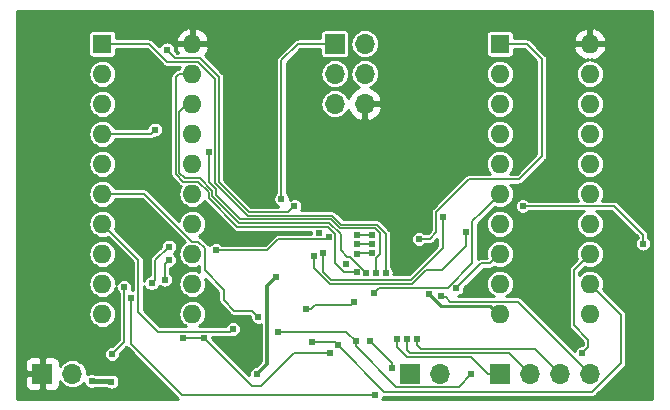
<source format=gbl>
G04 #@! TF.GenerationSoftware,KiCad,Pcbnew,5.1.4*
G04 #@! TF.CreationDate,2019-11-08T16:48:00+01:00*
G04 #@! TF.ProjectId,AsyncDRAM,4173796e-6344-4524-914d-2e6b69636164,rev?*
G04 #@! TF.SameCoordinates,Original*
G04 #@! TF.FileFunction,Copper,L2,Bot*
G04 #@! TF.FilePolarity,Positive*
%FSLAX46Y46*%
G04 Gerber Fmt 4.6, Leading zero omitted, Abs format (unit mm)*
G04 Created by KiCad (PCBNEW 5.1.4) date 2019-11-08 16:48:00*
%MOMM*%
%LPD*%
G04 APERTURE LIST*
%ADD10O,1.600000X1.600000*%
%ADD11R,1.600000X1.600000*%
%ADD12O,1.700000X1.700000*%
%ADD13R,1.700000X1.700000*%
%ADD14C,0.604800*%
%ADD15C,0.254000*%
%ADD16C,0.381000*%
%ADD17C,0.304800*%
%ADD18C,0.152400*%
G04 APERTURE END LIST*
D10*
X30480000Y-165100000D03*
X22860000Y-187960000D03*
X30480000Y-167640000D03*
X22860000Y-185420000D03*
X30480000Y-170180000D03*
X22860000Y-182880000D03*
X30480000Y-172720000D03*
X22860000Y-180340000D03*
X30480000Y-175260000D03*
X22860000Y-177800000D03*
X30480000Y-177800000D03*
X22860000Y-175260000D03*
X30480000Y-180340000D03*
X22860000Y-172720000D03*
X30480000Y-182880000D03*
X22860000Y-170180000D03*
X30480000Y-185420000D03*
X22860000Y-167640000D03*
X30480000Y-187960000D03*
D11*
X22860000Y-165100000D03*
D12*
X20320000Y-193040000D03*
D13*
X17780000Y-193040000D03*
D12*
X45085000Y-170180000D03*
X42545000Y-170180000D03*
X45085000Y-167640000D03*
X42545000Y-167640000D03*
X45085000Y-165100000D03*
D13*
X42545000Y-165100000D03*
D12*
X64135000Y-193040000D03*
X61595000Y-193040000D03*
X59055000Y-193040000D03*
D13*
X56515000Y-193040000D03*
D12*
X51435000Y-193040000D03*
D13*
X48895000Y-193040000D03*
D10*
X64135000Y-165100000D03*
X56515000Y-187960000D03*
X64135000Y-167640000D03*
X56515000Y-185420000D03*
X64135000Y-170180000D03*
X56515000Y-182880000D03*
X64135000Y-172720000D03*
X56515000Y-180340000D03*
X64135000Y-175260000D03*
X56515000Y-177800000D03*
X64135000Y-177800000D03*
X56515000Y-175260000D03*
X64135000Y-180340000D03*
X56515000Y-172720000D03*
X64135000Y-182880000D03*
X56515000Y-170180000D03*
X64135000Y-185420000D03*
X56515000Y-167640000D03*
X64135000Y-187960000D03*
D11*
X56515000Y-165100000D03*
D14*
X23622000Y-193700400D03*
X21945600Y-193649600D03*
X50546000Y-186283600D03*
X37541200Y-184861200D03*
X35966400Y-193040000D03*
X43459400Y-183769000D03*
X44424600Y-184454800D03*
X45212000Y-184480200D03*
X46024800Y-184480200D03*
X31877000Y-174244000D03*
X46837600Y-184480200D03*
X49657000Y-181610000D03*
X41198800Y-181102000D03*
X68630800Y-182016400D03*
X53644800Y-181000400D03*
X40792400Y-183032400D03*
X58445400Y-178828700D03*
X28143200Y-185064400D03*
X25298400Y-186588400D03*
X45923200Y-194868800D03*
X28498800Y-183388000D03*
X32461200Y-182575200D03*
X42062400Y-181457600D03*
X51562000Y-186436000D03*
X49466500Y-190119000D03*
X48641000Y-190119000D03*
X47815500Y-190119000D03*
X44196000Y-186944000D03*
X40132000Y-187579000D03*
X47345600Y-192532000D03*
X45516800Y-190296800D03*
X23672800Y-191363600D03*
X24688800Y-185674000D03*
X27023199Y-185371601D03*
X28498800Y-182270400D03*
X63500000Y-191262000D03*
X44297600Y-190296800D03*
X37719000Y-189484000D03*
X54051200Y-193090800D03*
X40640000Y-190373000D03*
X42799000Y-190627000D03*
X29718000Y-189992000D03*
X31496000Y-189992000D03*
X42164000Y-191262000D03*
X52832000Y-185801000D03*
X33909000Y-189230000D03*
X36068000Y-188214000D03*
X45821600Y-186232800D03*
X41554400Y-182829200D03*
X28321000Y-165582600D03*
X51663600Y-179755800D03*
X39116000Y-178841400D03*
X44399200Y-182880000D03*
X45669200Y-182778400D03*
X44399200Y-182067200D03*
X45669200Y-182016400D03*
X44399200Y-181254400D03*
X45669200Y-181254400D03*
X27305000Y-172364400D03*
X38023800Y-178257200D03*
D15*
X56388000Y-187960000D02*
X55715009Y-187287009D01*
X56515000Y-187960000D02*
X56388000Y-187960000D01*
X55715009Y-187287009D02*
X54914800Y-187287009D01*
X51551943Y-187287009D02*
X50546000Y-186283600D01*
X54914800Y-187287009D02*
X51551943Y-187287009D01*
X50546000Y-186283600D02*
X50548534Y-186283600D01*
X37541200Y-184912000D02*
X37541200Y-184861200D01*
D16*
X23571200Y-193649600D02*
X23622000Y-193700400D01*
X21945600Y-193649600D02*
X23571200Y-193649600D01*
D15*
X35966400Y-193040000D02*
X35966400Y-193040000D01*
D17*
X36830000Y-185572400D02*
X37541200Y-184861200D01*
X35966400Y-193040000D02*
X36830000Y-192176400D01*
X36830000Y-192176400D02*
X36830000Y-185572400D01*
D18*
X29362400Y-167640000D02*
X30480000Y-167640000D01*
X29083000Y-176148266D02*
X29083000Y-167919400D01*
X29706132Y-176771398D02*
X29083000Y-176148266D01*
X29083000Y-167919400D02*
X29362400Y-167640000D01*
X42595800Y-181330600D02*
X42593401Y-181328201D01*
X42593401Y-181202719D02*
X41959282Y-180568600D01*
X44424600Y-184454800D02*
X43359318Y-184454800D01*
X34290000Y-180568600D02*
X31851600Y-178130200D01*
X42593401Y-181328201D02*
X42593401Y-181202719D01*
X42595800Y-183691282D02*
X42595800Y-181330600D01*
X43359318Y-184454800D02*
X42595800Y-183691282D01*
X41959282Y-180568600D02*
X34290000Y-180568600D01*
X31851600Y-178130200D02*
X31851600Y-177649270D01*
X31851600Y-177649270D02*
X30973729Y-176771399D01*
X30973729Y-176771399D02*
X29706132Y-176771398D01*
X29387800Y-170840400D02*
X30048200Y-170180000D01*
X29387800Y-176022000D02*
X29387800Y-170840400D01*
X29832389Y-176466589D02*
X29387800Y-176022000D01*
X43027600Y-182551318D02*
X43027600Y-181205852D01*
X30048200Y-170180000D02*
X30480000Y-170180000D01*
X43027600Y-181205852D02*
X42085538Y-180263790D01*
X45212000Y-184480200D02*
X45212000Y-184456318D01*
X32156410Y-178003944D02*
X32156409Y-177523013D01*
X31099985Y-176466589D02*
X29832389Y-176466589D01*
X34416256Y-180263790D02*
X32156410Y-178003944D01*
X42085538Y-180263790D02*
X34416256Y-180263790D01*
X32156409Y-177523013D02*
X31099985Y-176466589D01*
X45212000Y-184480200D02*
X43865800Y-183134000D01*
X43610282Y-183134000D02*
X43027600Y-182551318D01*
X43865800Y-183134000D02*
X43610282Y-183134000D01*
X31877000Y-174244000D02*
X31877000Y-174244000D01*
X34543980Y-179958980D02*
X32461218Y-177876218D01*
X46024800Y-183208682D02*
X46380400Y-182853082D01*
X46024800Y-184480200D02*
X46024800Y-183208682D01*
X31877000Y-176812538D02*
X31877000Y-174244000D01*
X32461218Y-177876218D02*
X32461218Y-177396756D01*
X46380400Y-182853082D02*
X46380400Y-181152800D01*
X42211794Y-179958980D02*
X34543980Y-179958980D01*
X42976213Y-180723399D02*
X42211794Y-179958980D01*
X46380400Y-181152800D02*
X45950999Y-180723399D01*
X32461218Y-177396756D02*
X31877000Y-176812538D01*
X45950999Y-180723399D02*
X42976213Y-180723399D01*
X32410400Y-168048070D02*
X30960930Y-166598600D01*
X32410400Y-176914872D02*
X32410400Y-168048070D01*
X26822400Y-165100000D02*
X22860000Y-165100000D01*
X35149698Y-179654170D02*
X32410400Y-176914872D01*
X30960930Y-166598600D02*
X28321000Y-166598600D01*
X46837600Y-181178934D02*
X46077255Y-180418589D01*
X46837600Y-184480200D02*
X46837600Y-181178934D01*
X28321000Y-166598600D02*
X26822400Y-165100000D01*
X46077255Y-180418589D02*
X43102469Y-180418589D01*
X43102469Y-180418589D02*
X42338050Y-179654170D01*
X42338050Y-179654170D02*
X35149698Y-179654170D01*
X58775600Y-165100000D02*
X56515000Y-165100000D01*
X60071000Y-166395400D02*
X58775600Y-165100000D01*
X60071000Y-174599600D02*
X60071000Y-166395400D01*
X58115200Y-176555400D02*
X60071000Y-174599600D01*
X51132599Y-181074201D02*
X51132599Y-179323119D01*
X50596800Y-181610000D02*
X51132599Y-181074201D01*
X49657000Y-181610000D02*
X50596800Y-181610000D01*
X51132599Y-179323119D02*
X53900318Y-176555400D01*
X53900318Y-176555400D02*
X58115200Y-176555400D01*
X68630800Y-182016400D02*
X68630800Y-181305200D01*
X68630800Y-181305200D02*
X66598800Y-179273200D01*
X66598800Y-179273200D02*
X66446400Y-179120800D01*
X40792400Y-183032400D02*
X40792400Y-183032400D01*
X40792400Y-183032400D02*
X40792400Y-183184800D01*
X40792400Y-184098466D02*
X40792400Y-183794400D01*
X53644800Y-182219600D02*
X51638200Y-184226200D01*
X53644800Y-181000400D02*
X53644800Y-182219600D01*
X42141723Y-185447789D02*
X40792400Y-184098466D01*
X51638200Y-184226200D02*
X50292000Y-184226200D01*
X49070411Y-185447789D02*
X42141723Y-185447789D01*
X40792400Y-183794400D02*
X40792400Y-183032400D01*
X50292000Y-184226200D02*
X49070411Y-185447789D01*
X66446400Y-179120800D02*
X66154300Y-178828700D01*
X66154300Y-178828700D02*
X58445400Y-178828700D01*
X58445400Y-178828700D02*
X58445400Y-178828700D01*
X45923200Y-194868800D02*
X29616400Y-194868800D01*
X29616400Y-194868800D02*
X25298400Y-190550800D01*
X25298400Y-190550800D02*
X25298400Y-186588400D01*
X28143200Y-185064400D02*
X28143200Y-183743600D01*
X28143200Y-183743600D02*
X28498800Y-183388000D01*
X28498800Y-183388000D02*
X28498800Y-183388000D01*
X32461200Y-182575200D02*
X36830000Y-182575200D01*
X36830000Y-182575200D02*
X37744400Y-181660800D01*
X37744400Y-181660800D02*
X41859200Y-181660800D01*
X41859200Y-181660800D02*
X42062400Y-181457600D01*
X42062400Y-181457600D02*
X42062400Y-181457600D01*
X58026399Y-186931399D02*
X52311399Y-186931399D01*
X64135000Y-193040000D02*
X58026399Y-186931399D01*
X52311399Y-186931399D02*
X51943000Y-186563000D01*
X51689000Y-186563000D02*
X51562000Y-186436000D01*
X51943000Y-186563000D02*
X51689000Y-186563000D01*
X49466500Y-190627000D02*
X49466500Y-190119000D01*
X49809381Y-190969881D02*
X49466500Y-190627000D01*
X61595000Y-193040000D02*
X59524882Y-190969882D01*
X59524882Y-190969882D02*
X49809381Y-190969881D01*
X48907690Y-191274690D02*
X48641000Y-191008000D01*
X59055000Y-193040000D02*
X57289691Y-191274691D01*
X48641000Y-191008000D02*
X48641000Y-190119000D01*
X57289691Y-191274691D02*
X48907690Y-191274690D01*
X55512600Y-193040000D02*
X54052100Y-191579500D01*
X56515000Y-193040000D02*
X55512600Y-193040000D01*
X54052100Y-191579500D02*
X48641000Y-191579500D01*
X48641000Y-191579500D02*
X47815500Y-190754000D01*
X47815500Y-190754000D02*
X47815500Y-190119000D01*
X43893601Y-187246399D02*
X40845601Y-187246399D01*
X44196000Y-186944000D02*
X43893601Y-187246399D01*
X40845601Y-187246399D02*
X40513000Y-187579000D01*
X40513000Y-187579000D02*
X40132000Y-187579000D01*
X40132000Y-187579000D02*
X40132000Y-187579000D01*
X45516800Y-190296800D02*
X47345600Y-192125600D01*
X47345600Y-192125600D02*
X47345600Y-192532000D01*
X23672800Y-191363600D02*
X24688800Y-190347600D01*
X24688800Y-190347600D02*
X24688800Y-185674000D01*
X24688800Y-185674000D02*
X24688800Y-185674000D01*
X27325598Y-185069202D02*
X27325598Y-183443602D01*
X27023199Y-185371601D02*
X27325598Y-185069202D01*
X27325598Y-183443602D02*
X28498800Y-182270400D01*
X28498800Y-182270400D02*
X28498800Y-182270400D01*
X44297600Y-190296800D02*
X44297600Y-190724458D01*
X47691743Y-194118601D02*
X53023399Y-194118601D01*
X44297600Y-190724458D02*
X47691743Y-194118601D01*
X53023399Y-194118601D02*
X54051200Y-193090800D01*
X54051200Y-193090800D02*
X54051200Y-193090800D01*
X62788800Y-188925200D02*
X62788800Y-184226200D01*
X62788800Y-184226200D02*
X64135000Y-182880000D01*
X63500000Y-191262000D02*
X64008000Y-190754000D01*
X64008000Y-190144400D02*
X62788800Y-188925200D01*
X64008000Y-190754000D02*
X64008000Y-190144400D01*
X43484800Y-189484000D02*
X44297600Y-190296800D01*
X37719000Y-189484000D02*
X43484800Y-189484000D01*
X42799000Y-190627000D02*
X42799000Y-190627000D01*
X42545000Y-190373000D02*
X42799000Y-190627000D01*
X40640000Y-190373000D02*
X42545000Y-190373000D01*
X65430400Y-186715400D02*
X64135000Y-185420000D01*
X42799000Y-190627000D02*
X46736000Y-194564000D01*
X66776600Y-192125600D02*
X66776600Y-188061600D01*
X46736000Y-194564000D02*
X64338200Y-194564000D01*
X64338200Y-194564000D02*
X66776600Y-192125600D01*
X66776600Y-188061600D02*
X65430400Y-186715400D01*
X31496000Y-189992000D02*
X31496000Y-189992000D01*
X29718000Y-189992000D02*
X31496000Y-189992000D01*
X31496000Y-189992000D02*
X31496000Y-189992000D01*
X39060108Y-191262000D02*
X36266108Y-194056000D01*
X42164000Y-191262000D02*
X39060108Y-191262000D01*
X35560000Y-194056000D02*
X31496000Y-189992000D01*
X36266108Y-194056000D02*
X35560000Y-194056000D01*
X55715001Y-183679999D02*
X54953001Y-183679999D01*
X56515000Y-182880000D02*
X55715001Y-183679999D01*
X54953001Y-183679999D02*
X52832000Y-185801000D01*
X52832000Y-185801000D02*
X52832000Y-185801000D01*
X25908000Y-183388000D02*
X25908000Y-187833000D01*
X22860000Y-180340000D02*
X25908000Y-183388000D01*
X27535999Y-189460999D02*
X33678001Y-189460999D01*
X25908000Y-187833000D02*
X27535999Y-189460999D01*
X33678001Y-189460999D02*
X33909000Y-189230000D01*
X33909000Y-189230000D02*
X33909000Y-189230000D01*
X31508601Y-182386271D02*
X31508601Y-184264399D01*
X30973729Y-181851399D02*
X31508601Y-182386271D01*
X30469069Y-181851399D02*
X30973729Y-181851399D01*
X22860000Y-177800000D02*
X26417670Y-177800000D01*
X26417670Y-177800000D02*
X30469069Y-181851399D01*
X31508601Y-184264399D02*
X33147000Y-185902798D01*
X33147000Y-185902798D02*
X33147000Y-186817000D01*
X34012999Y-187682999D02*
X35536999Y-187682999D01*
X33147000Y-186817000D02*
X34012999Y-187682999D01*
X35536999Y-187682999D02*
X36068000Y-188214000D01*
X36068000Y-188214000D02*
X36068000Y-188214000D01*
X54965600Y-179349400D02*
X56515000Y-177800000D01*
X46301801Y-185752599D02*
X52094519Y-185752599D01*
X45821600Y-186232800D02*
X46301801Y-185752599D01*
X52094519Y-185752599D02*
X54178200Y-183668918D01*
X54178200Y-183668918D02*
X54178200Y-180136800D01*
X54178200Y-180136800D02*
X54965600Y-179349400D01*
X41554400Y-183997600D02*
X41554400Y-182829200D01*
X51663600Y-182423534D02*
X49022734Y-185064400D01*
X42189400Y-185064400D02*
X41554400Y-184429400D01*
X49022734Y-185064400D02*
X42189400Y-185064400D01*
X41554400Y-184429400D02*
X41554400Y-183997600D01*
X28321000Y-165582600D02*
X28321000Y-165582600D01*
X51663600Y-182423534D02*
X51663600Y-179882800D01*
X51663600Y-179882800D02*
X51663600Y-179755800D01*
X51663600Y-179755800D02*
X51663600Y-179755800D01*
X29032190Y-166293790D02*
X31087186Y-166293790D01*
X31087186Y-166293790D02*
X32715209Y-167921813D01*
X28321000Y-165582600D02*
X29032190Y-166293790D01*
X32715209Y-167921813D02*
X32715210Y-176788616D01*
X32715210Y-176788616D02*
X35024297Y-179097703D01*
X35024297Y-179097703D02*
X35275954Y-179349360D01*
X35275954Y-179349360D02*
X37745878Y-179349360D01*
X37745878Y-179349360D02*
X38608000Y-179349360D01*
X38608000Y-179349360D02*
X38608040Y-179349360D01*
X38608040Y-179349360D02*
X39116000Y-178841400D01*
X39116000Y-178841400D02*
X39116000Y-178841400D01*
X44500800Y-182778400D02*
X44399200Y-182880000D01*
X45669200Y-182778400D02*
X44500800Y-182778400D01*
X44450000Y-182016400D02*
X44399200Y-182067200D01*
X45669200Y-182016400D02*
X44450000Y-182016400D01*
X45669200Y-181254400D02*
X44399200Y-181254400D01*
X27305000Y-172364400D02*
X26949400Y-172720000D01*
X26949400Y-172720000D02*
X26720800Y-172720000D01*
X26720800Y-172720000D02*
X22860000Y-172720000D01*
X38023800Y-166497000D02*
X39420800Y-165100000D01*
X39420800Y-165100000D02*
X42545000Y-165100000D01*
X38023800Y-178257200D02*
X38023800Y-166497000D01*
D15*
G36*
X69419000Y-195149000D02*
G01*
X46546845Y-195149000D01*
X46580338Y-195068141D01*
X46594142Y-194998740D01*
X46646373Y-195014585D01*
X46713540Y-195021200D01*
X46713550Y-195021200D01*
X46736000Y-195023411D01*
X46758450Y-195021200D01*
X64315750Y-195021200D01*
X64338200Y-195023411D01*
X64360650Y-195021200D01*
X64360660Y-195021200D01*
X64427827Y-195014585D01*
X64514009Y-194988441D01*
X64593436Y-194945987D01*
X64663053Y-194888853D01*
X64677374Y-194871403D01*
X67084009Y-192464769D01*
X67101453Y-192450453D01*
X67115770Y-192433008D01*
X67158587Y-192380837D01*
X67201040Y-192301410D01*
X67201041Y-192301409D01*
X67227185Y-192215227D01*
X67233800Y-192148060D01*
X67233800Y-192148051D01*
X67236011Y-192125601D01*
X67233800Y-192103151D01*
X67233800Y-188084049D01*
X67236011Y-188061599D01*
X67233800Y-188039149D01*
X67233800Y-188039140D01*
X67227185Y-187971973D01*
X67201041Y-187885791D01*
X67172824Y-187833000D01*
X67158587Y-187806363D01*
X67115770Y-187754192D01*
X67101453Y-187736747D01*
X67084008Y-187722430D01*
X65769574Y-186407997D01*
X65769570Y-186407992D01*
X65232389Y-185870812D01*
X65298912Y-185651516D01*
X65321714Y-185420000D01*
X65298912Y-185188484D01*
X65231381Y-184965864D01*
X65121717Y-184760697D01*
X64974134Y-184580866D01*
X64794303Y-184433283D01*
X64589136Y-184323619D01*
X64366516Y-184256088D01*
X64193016Y-184239000D01*
X64076984Y-184239000D01*
X63903484Y-184256088D01*
X63680864Y-184323619D01*
X63475697Y-184433283D01*
X63295866Y-184580866D01*
X63246000Y-184641628D01*
X63246000Y-184415577D01*
X63684188Y-183977389D01*
X63903484Y-184043912D01*
X64076984Y-184061000D01*
X64193016Y-184061000D01*
X64366516Y-184043912D01*
X64589136Y-183976381D01*
X64794303Y-183866717D01*
X64974134Y-183719134D01*
X65121717Y-183539303D01*
X65231381Y-183334136D01*
X65298912Y-183111516D01*
X65321714Y-182880000D01*
X65298912Y-182648484D01*
X65231381Y-182425864D01*
X65121717Y-182220697D01*
X64974134Y-182040866D01*
X64794303Y-181893283D01*
X64589136Y-181783619D01*
X64366516Y-181716088D01*
X64193016Y-181699000D01*
X64076984Y-181699000D01*
X63903484Y-181716088D01*
X63680864Y-181783619D01*
X63475697Y-181893283D01*
X63295866Y-182040866D01*
X63148283Y-182220697D01*
X63038619Y-182425864D01*
X62971088Y-182648484D01*
X62948286Y-182880000D01*
X62971088Y-183111516D01*
X63037611Y-183330812D01*
X62481394Y-183887029D01*
X62463948Y-183901347D01*
X62449631Y-183918792D01*
X62449630Y-183918793D01*
X62406813Y-183970965D01*
X62380572Y-184020060D01*
X62364360Y-184050391D01*
X62338216Y-184136573D01*
X62336825Y-184150694D01*
X62329389Y-184226200D01*
X62331601Y-184248660D01*
X62331600Y-188902750D01*
X62329389Y-188925200D01*
X62331600Y-188947650D01*
X62331600Y-188947659D01*
X62338215Y-189014826D01*
X62364359Y-189101008D01*
X62406813Y-189180435D01*
X62463947Y-189250053D01*
X62481397Y-189264374D01*
X63550801Y-190333779D01*
X63550800Y-190564622D01*
X63536822Y-190578600D01*
X63432691Y-190578600D01*
X63300659Y-190604862D01*
X63176289Y-190656378D01*
X63064358Y-190731168D01*
X62969168Y-190826358D01*
X62894378Y-190938289D01*
X62842862Y-191062659D01*
X62836454Y-191094876D01*
X58365573Y-186623996D01*
X58351252Y-186606546D01*
X58281635Y-186549412D01*
X58202208Y-186506958D01*
X58116026Y-186480814D01*
X58048859Y-186474199D01*
X58048849Y-186474199D01*
X58026399Y-186471988D01*
X58003949Y-186474199D01*
X57048053Y-186474199D01*
X57174303Y-186406717D01*
X57354134Y-186259134D01*
X57501717Y-186079303D01*
X57611381Y-185874136D01*
X57678912Y-185651516D01*
X57701714Y-185420000D01*
X57678912Y-185188484D01*
X57611381Y-184965864D01*
X57501717Y-184760697D01*
X57354134Y-184580866D01*
X57174303Y-184433283D01*
X56969136Y-184323619D01*
X56746516Y-184256088D01*
X56573016Y-184239000D01*
X56456984Y-184239000D01*
X56283484Y-184256088D01*
X56060864Y-184323619D01*
X55855697Y-184433283D01*
X55675866Y-184580866D01*
X55528283Y-184760697D01*
X55418619Y-184965864D01*
X55351088Y-185188484D01*
X55328286Y-185420000D01*
X55351088Y-185651516D01*
X55418619Y-185874136D01*
X55528283Y-186079303D01*
X55675866Y-186259134D01*
X55855697Y-186406717D01*
X55981947Y-186474199D01*
X52950594Y-186474199D01*
X53031341Y-186458138D01*
X53155711Y-186406622D01*
X53267642Y-186331832D01*
X53362832Y-186236642D01*
X53437622Y-186124711D01*
X53489138Y-186000341D01*
X53515400Y-185868309D01*
X53515400Y-185764177D01*
X55142379Y-184137199D01*
X55692551Y-184137199D01*
X55715001Y-184139410D01*
X55737451Y-184137199D01*
X55737461Y-184137199D01*
X55804628Y-184130584D01*
X55890810Y-184104440D01*
X55970237Y-184061986D01*
X56039854Y-184004852D01*
X56054175Y-183987402D01*
X56064188Y-183977389D01*
X56283484Y-184043912D01*
X56456984Y-184061000D01*
X56573016Y-184061000D01*
X56746516Y-184043912D01*
X56969136Y-183976381D01*
X57174303Y-183866717D01*
X57354134Y-183719134D01*
X57501717Y-183539303D01*
X57611381Y-183334136D01*
X57678912Y-183111516D01*
X57701714Y-182880000D01*
X57678912Y-182648484D01*
X57611381Y-182425864D01*
X57501717Y-182220697D01*
X57354134Y-182040866D01*
X57174303Y-181893283D01*
X56969136Y-181783619D01*
X56746516Y-181716088D01*
X56573016Y-181699000D01*
X56456984Y-181699000D01*
X56283484Y-181716088D01*
X56060864Y-181783619D01*
X55855697Y-181893283D01*
X55675866Y-182040866D01*
X55528283Y-182220697D01*
X55418619Y-182425864D01*
X55351088Y-182648484D01*
X55328286Y-182880000D01*
X55351088Y-183111516D01*
X55384845Y-183222799D01*
X54975450Y-183222799D01*
X54953000Y-183220588D01*
X54930550Y-183222799D01*
X54930541Y-183222799D01*
X54863374Y-183229414D01*
X54777192Y-183255558D01*
X54759823Y-183264842D01*
X54697764Y-183298012D01*
X54659095Y-183329748D01*
X54635400Y-183349194D01*
X54635400Y-180340000D01*
X55328286Y-180340000D01*
X55351088Y-180571516D01*
X55418619Y-180794136D01*
X55528283Y-180999303D01*
X55675866Y-181179134D01*
X55855697Y-181326717D01*
X56060864Y-181436381D01*
X56283484Y-181503912D01*
X56456984Y-181521000D01*
X56573016Y-181521000D01*
X56746516Y-181503912D01*
X56969136Y-181436381D01*
X57174303Y-181326717D01*
X57354134Y-181179134D01*
X57501717Y-180999303D01*
X57611381Y-180794136D01*
X57678912Y-180571516D01*
X57701714Y-180340000D01*
X57678912Y-180108484D01*
X57611381Y-179885864D01*
X57501717Y-179680697D01*
X57354134Y-179500866D01*
X57174303Y-179353283D01*
X56969136Y-179243619D01*
X56746516Y-179176088D01*
X56573016Y-179159000D01*
X56456984Y-179159000D01*
X56283484Y-179176088D01*
X56060864Y-179243619D01*
X55855697Y-179353283D01*
X55675866Y-179500866D01*
X55528283Y-179680697D01*
X55418619Y-179885864D01*
X55351088Y-180108484D01*
X55328286Y-180340000D01*
X54635400Y-180340000D01*
X54635400Y-180326177D01*
X55304771Y-179656808D01*
X55304780Y-179656797D01*
X56064188Y-178897389D01*
X56283484Y-178963912D01*
X56456984Y-178981000D01*
X56573016Y-178981000D01*
X56746516Y-178963912D01*
X56969136Y-178896381D01*
X57174303Y-178786717D01*
X57205162Y-178761391D01*
X57762000Y-178761391D01*
X57762000Y-178896009D01*
X57788262Y-179028041D01*
X57839778Y-179152411D01*
X57914568Y-179264342D01*
X58009758Y-179359532D01*
X58121689Y-179434322D01*
X58246059Y-179485838D01*
X58378091Y-179512100D01*
X58512709Y-179512100D01*
X58644741Y-179485838D01*
X58769111Y-179434322D01*
X58881042Y-179359532D01*
X58954674Y-179285900D01*
X63601762Y-179285900D01*
X63475697Y-179353283D01*
X63295866Y-179500866D01*
X63148283Y-179680697D01*
X63038619Y-179885864D01*
X62971088Y-180108484D01*
X62948286Y-180340000D01*
X62971088Y-180571516D01*
X63038619Y-180794136D01*
X63148283Y-180999303D01*
X63295866Y-181179134D01*
X63475697Y-181326717D01*
X63680864Y-181436381D01*
X63903484Y-181503912D01*
X64076984Y-181521000D01*
X64193016Y-181521000D01*
X64366516Y-181503912D01*
X64589136Y-181436381D01*
X64794303Y-181326717D01*
X64974134Y-181179134D01*
X65121717Y-180999303D01*
X65231381Y-180794136D01*
X65298912Y-180571516D01*
X65321714Y-180340000D01*
X65298912Y-180108484D01*
X65231381Y-179885864D01*
X65121717Y-179680697D01*
X64974134Y-179500866D01*
X64794303Y-179353283D01*
X64668238Y-179285900D01*
X65964923Y-179285900D01*
X66259630Y-179580607D01*
X68173601Y-181494579D01*
X68173601Y-181507125D01*
X68099968Y-181580758D01*
X68025178Y-181692689D01*
X67973662Y-181817059D01*
X67947400Y-181949091D01*
X67947400Y-182083709D01*
X67973662Y-182215741D01*
X68025178Y-182340111D01*
X68099968Y-182452042D01*
X68195158Y-182547232D01*
X68307089Y-182622022D01*
X68431459Y-182673538D01*
X68563491Y-182699800D01*
X68698109Y-182699800D01*
X68830141Y-182673538D01*
X68954511Y-182622022D01*
X69066442Y-182547232D01*
X69161632Y-182452042D01*
X69236422Y-182340111D01*
X69287938Y-182215741D01*
X69314200Y-182083709D01*
X69314200Y-181949091D01*
X69287938Y-181817059D01*
X69236422Y-181692689D01*
X69161632Y-181580758D01*
X69088000Y-181507126D01*
X69088000Y-181327650D01*
X69090211Y-181305200D01*
X69088000Y-181282750D01*
X69088000Y-181282740D01*
X69081385Y-181215573D01*
X69055241Y-181129391D01*
X69012787Y-181049964D01*
X68955653Y-180980347D01*
X68938208Y-180966030D01*
X66906207Y-178934030D01*
X66493474Y-178521297D01*
X66479153Y-178503847D01*
X66409536Y-178446713D01*
X66330109Y-178404259D01*
X66243927Y-178378115D01*
X66176760Y-178371500D01*
X66176750Y-178371500D01*
X66154300Y-178369289D01*
X66131850Y-178371500D01*
X65168649Y-178371500D01*
X65231381Y-178254136D01*
X65298912Y-178031516D01*
X65321714Y-177800000D01*
X65298912Y-177568484D01*
X65231381Y-177345864D01*
X65121717Y-177140697D01*
X64974134Y-176960866D01*
X64794303Y-176813283D01*
X64589136Y-176703619D01*
X64366516Y-176636088D01*
X64193016Y-176619000D01*
X64076984Y-176619000D01*
X63903484Y-176636088D01*
X63680864Y-176703619D01*
X63475697Y-176813283D01*
X63295866Y-176960866D01*
X63148283Y-177140697D01*
X63038619Y-177345864D01*
X62971088Y-177568484D01*
X62948286Y-177800000D01*
X62971088Y-178031516D01*
X63038619Y-178254136D01*
X63101351Y-178371500D01*
X58954674Y-178371500D01*
X58881042Y-178297868D01*
X58769111Y-178223078D01*
X58644741Y-178171562D01*
X58512709Y-178145300D01*
X58378091Y-178145300D01*
X58246059Y-178171562D01*
X58121689Y-178223078D01*
X58009758Y-178297868D01*
X57914568Y-178393058D01*
X57839778Y-178504989D01*
X57788262Y-178629359D01*
X57762000Y-178761391D01*
X57205162Y-178761391D01*
X57354134Y-178639134D01*
X57501717Y-178459303D01*
X57611381Y-178254136D01*
X57678912Y-178031516D01*
X57701714Y-177800000D01*
X57678912Y-177568484D01*
X57611381Y-177345864D01*
X57501717Y-177140697D01*
X57396591Y-177012600D01*
X58092750Y-177012600D01*
X58115200Y-177014811D01*
X58137650Y-177012600D01*
X58137660Y-177012600D01*
X58204827Y-177005985D01*
X58291009Y-176979841D01*
X58370436Y-176937387D01*
X58440053Y-176880253D01*
X58454374Y-176862803D01*
X60057177Y-175260000D01*
X62948286Y-175260000D01*
X62971088Y-175491516D01*
X63038619Y-175714136D01*
X63148283Y-175919303D01*
X63295866Y-176099134D01*
X63475697Y-176246717D01*
X63680864Y-176356381D01*
X63903484Y-176423912D01*
X64076984Y-176441000D01*
X64193016Y-176441000D01*
X64366516Y-176423912D01*
X64589136Y-176356381D01*
X64794303Y-176246717D01*
X64974134Y-176099134D01*
X65121717Y-175919303D01*
X65231381Y-175714136D01*
X65298912Y-175491516D01*
X65321714Y-175260000D01*
X65298912Y-175028484D01*
X65231381Y-174805864D01*
X65121717Y-174600697D01*
X64974134Y-174420866D01*
X64794303Y-174273283D01*
X64589136Y-174163619D01*
X64366516Y-174096088D01*
X64193016Y-174079000D01*
X64076984Y-174079000D01*
X63903484Y-174096088D01*
X63680864Y-174163619D01*
X63475697Y-174273283D01*
X63295866Y-174420866D01*
X63148283Y-174600697D01*
X63038619Y-174805864D01*
X62971088Y-175028484D01*
X62948286Y-175260000D01*
X60057177Y-175260000D01*
X60378409Y-174938769D01*
X60395853Y-174924453D01*
X60452987Y-174854836D01*
X60495441Y-174775409D01*
X60521585Y-174689227D01*
X60528200Y-174622060D01*
X60528200Y-174622050D01*
X60530411Y-174599600D01*
X60528200Y-174577150D01*
X60528200Y-172720000D01*
X62948286Y-172720000D01*
X62971088Y-172951516D01*
X63038619Y-173174136D01*
X63148283Y-173379303D01*
X63295866Y-173559134D01*
X63475697Y-173706717D01*
X63680864Y-173816381D01*
X63903484Y-173883912D01*
X64076984Y-173901000D01*
X64193016Y-173901000D01*
X64366516Y-173883912D01*
X64589136Y-173816381D01*
X64794303Y-173706717D01*
X64974134Y-173559134D01*
X65121717Y-173379303D01*
X65231381Y-173174136D01*
X65298912Y-172951516D01*
X65321714Y-172720000D01*
X65298912Y-172488484D01*
X65231381Y-172265864D01*
X65121717Y-172060697D01*
X64974134Y-171880866D01*
X64794303Y-171733283D01*
X64589136Y-171623619D01*
X64366516Y-171556088D01*
X64193016Y-171539000D01*
X64076984Y-171539000D01*
X63903484Y-171556088D01*
X63680864Y-171623619D01*
X63475697Y-171733283D01*
X63295866Y-171880866D01*
X63148283Y-172060697D01*
X63038619Y-172265864D01*
X62971088Y-172488484D01*
X62948286Y-172720000D01*
X60528200Y-172720000D01*
X60528200Y-170180000D01*
X62948286Y-170180000D01*
X62971088Y-170411516D01*
X63038619Y-170634136D01*
X63148283Y-170839303D01*
X63295866Y-171019134D01*
X63475697Y-171166717D01*
X63680864Y-171276381D01*
X63903484Y-171343912D01*
X64076984Y-171361000D01*
X64193016Y-171361000D01*
X64366516Y-171343912D01*
X64589136Y-171276381D01*
X64794303Y-171166717D01*
X64974134Y-171019134D01*
X65121717Y-170839303D01*
X65231381Y-170634136D01*
X65298912Y-170411516D01*
X65321714Y-170180000D01*
X65298912Y-169948484D01*
X65231381Y-169725864D01*
X65121717Y-169520697D01*
X64974134Y-169340866D01*
X64794303Y-169193283D01*
X64589136Y-169083619D01*
X64366516Y-169016088D01*
X64193016Y-168999000D01*
X64076984Y-168999000D01*
X63903484Y-169016088D01*
X63680864Y-169083619D01*
X63475697Y-169193283D01*
X63295866Y-169340866D01*
X63148283Y-169520697D01*
X63038619Y-169725864D01*
X62971088Y-169948484D01*
X62948286Y-170180000D01*
X60528200Y-170180000D01*
X60528200Y-166417849D01*
X60530411Y-166395399D01*
X60528200Y-166372949D01*
X60528200Y-166372940D01*
X60521585Y-166305773D01*
X60495441Y-166219591D01*
X60471158Y-166174160D01*
X60452987Y-166140163D01*
X60410170Y-166087992D01*
X60395853Y-166070547D01*
X60378408Y-166056230D01*
X59771217Y-165449039D01*
X62743096Y-165449039D01*
X62783754Y-165583087D01*
X62903963Y-165837420D01*
X63071481Y-166063414D01*
X63279869Y-166252385D01*
X63521119Y-166397070D01*
X63785960Y-166491909D01*
X64007998Y-166370625D01*
X64007998Y-166465794D01*
X63903484Y-166476088D01*
X63680864Y-166543619D01*
X63475697Y-166653283D01*
X63295866Y-166800866D01*
X63148283Y-166980697D01*
X63038619Y-167185864D01*
X62971088Y-167408484D01*
X62948286Y-167640000D01*
X62971088Y-167871516D01*
X63038619Y-168094136D01*
X63148283Y-168299303D01*
X63295866Y-168479134D01*
X63475697Y-168626717D01*
X63680864Y-168736381D01*
X63903484Y-168803912D01*
X64076984Y-168821000D01*
X64193016Y-168821000D01*
X64366516Y-168803912D01*
X64589136Y-168736381D01*
X64794303Y-168626717D01*
X64974134Y-168479134D01*
X65121717Y-168299303D01*
X65231381Y-168094136D01*
X65298912Y-167871516D01*
X65321714Y-167640000D01*
X65298912Y-167408484D01*
X65231381Y-167185864D01*
X65121717Y-166980697D01*
X64974134Y-166800866D01*
X64794303Y-166653283D01*
X64589136Y-166543619D01*
X64366516Y-166476088D01*
X64262002Y-166465794D01*
X64262002Y-166370625D01*
X64484040Y-166491909D01*
X64748881Y-166397070D01*
X64990131Y-166252385D01*
X65198519Y-166063414D01*
X65366037Y-165837420D01*
X65486246Y-165583087D01*
X65526904Y-165449039D01*
X65404915Y-165227000D01*
X64262000Y-165227000D01*
X64262000Y-165247000D01*
X64008000Y-165247000D01*
X64008000Y-165227000D01*
X62865085Y-165227000D01*
X62743096Y-165449039D01*
X59771217Y-165449039D01*
X59114774Y-164792597D01*
X59100453Y-164775147D01*
X59070983Y-164750961D01*
X62743096Y-164750961D01*
X62865085Y-164973000D01*
X64008000Y-164973000D01*
X64008000Y-163829376D01*
X64262000Y-163829376D01*
X64262000Y-164973000D01*
X65404915Y-164973000D01*
X65526904Y-164750961D01*
X65486246Y-164616913D01*
X65366037Y-164362580D01*
X65198519Y-164136586D01*
X64990131Y-163947615D01*
X64748881Y-163802930D01*
X64484040Y-163708091D01*
X64262000Y-163829376D01*
X64008000Y-163829376D01*
X63785960Y-163708091D01*
X63521119Y-163802930D01*
X63279869Y-163947615D01*
X63071481Y-164136586D01*
X62903963Y-164362580D01*
X62783754Y-164616913D01*
X62743096Y-164750961D01*
X59070983Y-164750961D01*
X59030836Y-164718013D01*
X58951409Y-164675559D01*
X58865227Y-164649415D01*
X58798060Y-164642800D01*
X58798050Y-164642800D01*
X58775600Y-164640589D01*
X58753150Y-164642800D01*
X57697843Y-164642800D01*
X57697843Y-164300000D01*
X57690487Y-164225311D01*
X57668701Y-164153492D01*
X57633322Y-164087304D01*
X57585711Y-164029289D01*
X57527696Y-163981678D01*
X57461508Y-163946299D01*
X57389689Y-163924513D01*
X57315000Y-163917157D01*
X55715000Y-163917157D01*
X55640311Y-163924513D01*
X55568492Y-163946299D01*
X55502304Y-163981678D01*
X55444289Y-164029289D01*
X55396678Y-164087304D01*
X55361299Y-164153492D01*
X55339513Y-164225311D01*
X55332157Y-164300000D01*
X55332157Y-165900000D01*
X55339513Y-165974689D01*
X55361299Y-166046508D01*
X55396678Y-166112696D01*
X55444289Y-166170711D01*
X55502304Y-166218322D01*
X55568492Y-166253701D01*
X55640311Y-166275487D01*
X55715000Y-166282843D01*
X57315000Y-166282843D01*
X57389689Y-166275487D01*
X57461508Y-166253701D01*
X57527696Y-166218322D01*
X57585711Y-166170711D01*
X57633322Y-166112696D01*
X57668701Y-166046508D01*
X57690487Y-165974689D01*
X57697843Y-165900000D01*
X57697843Y-165557200D01*
X58586223Y-165557200D01*
X59613801Y-166584779D01*
X59613800Y-174410222D01*
X57925823Y-176098200D01*
X57354901Y-176098200D01*
X57501717Y-175919303D01*
X57611381Y-175714136D01*
X57678912Y-175491516D01*
X57701714Y-175260000D01*
X57678912Y-175028484D01*
X57611381Y-174805864D01*
X57501717Y-174600697D01*
X57354134Y-174420866D01*
X57174303Y-174273283D01*
X56969136Y-174163619D01*
X56746516Y-174096088D01*
X56573016Y-174079000D01*
X56456984Y-174079000D01*
X56283484Y-174096088D01*
X56060864Y-174163619D01*
X55855697Y-174273283D01*
X55675866Y-174420866D01*
X55528283Y-174600697D01*
X55418619Y-174805864D01*
X55351088Y-175028484D01*
X55328286Y-175260000D01*
X55351088Y-175491516D01*
X55418619Y-175714136D01*
X55528283Y-175919303D01*
X55675099Y-176098200D01*
X53922768Y-176098200D01*
X53900318Y-176095989D01*
X53877868Y-176098200D01*
X53877858Y-176098200D01*
X53810691Y-176104815D01*
X53744567Y-176124874D01*
X53724508Y-176130959D01*
X53645082Y-176173413D01*
X53592910Y-176216229D01*
X53592904Y-176216235D01*
X53575465Y-176230547D01*
X53561153Y-176247986D01*
X50825192Y-178983949D01*
X50807747Y-178998266D01*
X50793430Y-179015711D01*
X50793429Y-179015712D01*
X50750612Y-179067884D01*
X50722329Y-179120800D01*
X50708159Y-179147310D01*
X50682015Y-179233492D01*
X50678104Y-179273199D01*
X50673188Y-179323119D01*
X50675400Y-179345579D01*
X50675399Y-180884823D01*
X50407423Y-181152800D01*
X50166274Y-181152800D01*
X50092642Y-181079168D01*
X49980711Y-181004378D01*
X49856341Y-180952862D01*
X49724309Y-180926600D01*
X49589691Y-180926600D01*
X49457659Y-180952862D01*
X49333289Y-181004378D01*
X49221358Y-181079168D01*
X49126168Y-181174358D01*
X49051378Y-181286289D01*
X48999862Y-181410659D01*
X48973600Y-181542691D01*
X48973600Y-181677309D01*
X48999862Y-181809341D01*
X49051378Y-181933711D01*
X49126168Y-182045642D01*
X49221358Y-182140832D01*
X49333289Y-182215622D01*
X49457659Y-182267138D01*
X49589691Y-182293400D01*
X49724309Y-182293400D01*
X49856341Y-182267138D01*
X49980711Y-182215622D01*
X50092642Y-182140832D01*
X50166274Y-182067200D01*
X50574350Y-182067200D01*
X50596800Y-182069411D01*
X50619250Y-182067200D01*
X50619260Y-182067200D01*
X50686427Y-182060585D01*
X50772609Y-182034441D01*
X50852036Y-181991987D01*
X50921653Y-181934853D01*
X50935974Y-181917403D01*
X51206400Y-181646977D01*
X51206400Y-182234155D01*
X48833357Y-184607200D01*
X47509127Y-184607200D01*
X47521000Y-184547509D01*
X47521000Y-184412891D01*
X47494738Y-184280859D01*
X47443222Y-184156489D01*
X47368432Y-184044558D01*
X47294800Y-183970926D01*
X47294800Y-181201383D01*
X47297011Y-181178933D01*
X47294800Y-181156483D01*
X47294800Y-181156474D01*
X47288185Y-181089307D01*
X47262041Y-181003125D01*
X47219587Y-180923698D01*
X47203225Y-180903761D01*
X47176770Y-180871526D01*
X47162453Y-180854081D01*
X47145008Y-180839764D01*
X46416429Y-180111186D01*
X46402108Y-180093736D01*
X46332491Y-180036602D01*
X46253064Y-179994148D01*
X46166882Y-179968004D01*
X46099715Y-179961389D01*
X46099705Y-179961389D01*
X46077255Y-179959178D01*
X46054805Y-179961389D01*
X43291848Y-179961389D01*
X42677224Y-179346767D01*
X42662903Y-179329317D01*
X42593286Y-179272183D01*
X42513859Y-179229729D01*
X42427677Y-179203585D01*
X42360510Y-179196970D01*
X42360500Y-179196970D01*
X42338050Y-179194759D01*
X42315600Y-179196970D01*
X39700334Y-179196970D01*
X39721622Y-179165111D01*
X39773138Y-179040741D01*
X39799400Y-178908709D01*
X39799400Y-178774091D01*
X39773138Y-178642059D01*
X39721622Y-178517689D01*
X39646832Y-178405758D01*
X39551642Y-178310568D01*
X39439711Y-178235778D01*
X39315341Y-178184262D01*
X39183309Y-178158000D01*
X39048691Y-178158000D01*
X38916659Y-178184262D01*
X38792289Y-178235778D01*
X38707200Y-178292633D01*
X38707200Y-178189891D01*
X38680938Y-178057859D01*
X38629422Y-177933489D01*
X38554632Y-177821558D01*
X38481000Y-177747926D01*
X38481000Y-172720000D01*
X55328286Y-172720000D01*
X55351088Y-172951516D01*
X55418619Y-173174136D01*
X55528283Y-173379303D01*
X55675866Y-173559134D01*
X55855697Y-173706717D01*
X56060864Y-173816381D01*
X56283484Y-173883912D01*
X56456984Y-173901000D01*
X56573016Y-173901000D01*
X56746516Y-173883912D01*
X56969136Y-173816381D01*
X57174303Y-173706717D01*
X57354134Y-173559134D01*
X57501717Y-173379303D01*
X57611381Y-173174136D01*
X57678912Y-172951516D01*
X57701714Y-172720000D01*
X57678912Y-172488484D01*
X57611381Y-172265864D01*
X57501717Y-172060697D01*
X57354134Y-171880866D01*
X57174303Y-171733283D01*
X56969136Y-171623619D01*
X56746516Y-171556088D01*
X56573016Y-171539000D01*
X56456984Y-171539000D01*
X56283484Y-171556088D01*
X56060864Y-171623619D01*
X55855697Y-171733283D01*
X55675866Y-171880866D01*
X55528283Y-172060697D01*
X55418619Y-172265864D01*
X55351088Y-172488484D01*
X55328286Y-172720000D01*
X38481000Y-172720000D01*
X38481000Y-170180000D01*
X41308044Y-170180000D01*
X41331812Y-170421318D01*
X41402202Y-170653363D01*
X41516509Y-170867216D01*
X41670340Y-171054660D01*
X41857784Y-171208491D01*
X42071637Y-171322798D01*
X42303682Y-171393188D01*
X42484528Y-171411000D01*
X42605472Y-171411000D01*
X42786318Y-171393188D01*
X43018363Y-171322798D01*
X43232216Y-171208491D01*
X43419660Y-171054660D01*
X43573491Y-170867216D01*
X43682091Y-170664040D01*
X43688175Y-170684099D01*
X43813359Y-170946920D01*
X43987412Y-171180269D01*
X44203645Y-171375178D01*
X44453748Y-171524157D01*
X44728109Y-171621481D01*
X44958000Y-171500814D01*
X44958000Y-170307000D01*
X45212000Y-170307000D01*
X45212000Y-171500814D01*
X45441891Y-171621481D01*
X45716252Y-171524157D01*
X45966355Y-171375178D01*
X46182588Y-171180269D01*
X46356641Y-170946920D01*
X46481825Y-170684099D01*
X46526476Y-170536890D01*
X46405155Y-170307000D01*
X45212000Y-170307000D01*
X44958000Y-170307000D01*
X44938000Y-170307000D01*
X44938000Y-170180000D01*
X55328286Y-170180000D01*
X55351088Y-170411516D01*
X55418619Y-170634136D01*
X55528283Y-170839303D01*
X55675866Y-171019134D01*
X55855697Y-171166717D01*
X56060864Y-171276381D01*
X56283484Y-171343912D01*
X56456984Y-171361000D01*
X56573016Y-171361000D01*
X56746516Y-171343912D01*
X56969136Y-171276381D01*
X57174303Y-171166717D01*
X57354134Y-171019134D01*
X57501717Y-170839303D01*
X57611381Y-170634136D01*
X57678912Y-170411516D01*
X57701714Y-170180000D01*
X57678912Y-169948484D01*
X57611381Y-169725864D01*
X57501717Y-169520697D01*
X57354134Y-169340866D01*
X57174303Y-169193283D01*
X56969136Y-169083619D01*
X56746516Y-169016088D01*
X56573016Y-168999000D01*
X56456984Y-168999000D01*
X56283484Y-169016088D01*
X56060864Y-169083619D01*
X55855697Y-169193283D01*
X55675866Y-169340866D01*
X55528283Y-169520697D01*
X55418619Y-169725864D01*
X55351088Y-169948484D01*
X55328286Y-170180000D01*
X44938000Y-170180000D01*
X44938000Y-170053000D01*
X44958000Y-170053000D01*
X44958000Y-170033000D01*
X45212000Y-170033000D01*
X45212000Y-170053000D01*
X46405155Y-170053000D01*
X46526476Y-169823110D01*
X46481825Y-169675901D01*
X46356641Y-169413080D01*
X46182588Y-169179731D01*
X45966355Y-168984822D01*
X45716252Y-168835843D01*
X45561695Y-168781017D01*
X45772216Y-168668491D01*
X45959660Y-168514660D01*
X46113491Y-168327216D01*
X46227798Y-168113363D01*
X46298188Y-167881318D01*
X46321956Y-167640000D01*
X55328286Y-167640000D01*
X55351088Y-167871516D01*
X55418619Y-168094136D01*
X55528283Y-168299303D01*
X55675866Y-168479134D01*
X55855697Y-168626717D01*
X56060864Y-168736381D01*
X56283484Y-168803912D01*
X56456984Y-168821000D01*
X56573016Y-168821000D01*
X56746516Y-168803912D01*
X56969136Y-168736381D01*
X57174303Y-168626717D01*
X57354134Y-168479134D01*
X57501717Y-168299303D01*
X57611381Y-168094136D01*
X57678912Y-167871516D01*
X57701714Y-167640000D01*
X57678912Y-167408484D01*
X57611381Y-167185864D01*
X57501717Y-166980697D01*
X57354134Y-166800866D01*
X57174303Y-166653283D01*
X56969136Y-166543619D01*
X56746516Y-166476088D01*
X56573016Y-166459000D01*
X56456984Y-166459000D01*
X56283484Y-166476088D01*
X56060864Y-166543619D01*
X55855697Y-166653283D01*
X55675866Y-166800866D01*
X55528283Y-166980697D01*
X55418619Y-167185864D01*
X55351088Y-167408484D01*
X55328286Y-167640000D01*
X46321956Y-167640000D01*
X46298188Y-167398682D01*
X46227798Y-167166637D01*
X46113491Y-166952784D01*
X45959660Y-166765340D01*
X45772216Y-166611509D01*
X45558363Y-166497202D01*
X45326318Y-166426812D01*
X45145472Y-166409000D01*
X45024528Y-166409000D01*
X44843682Y-166426812D01*
X44611637Y-166497202D01*
X44397784Y-166611509D01*
X44210340Y-166765340D01*
X44056509Y-166952784D01*
X43942202Y-167166637D01*
X43871812Y-167398682D01*
X43848044Y-167640000D01*
X43871812Y-167881318D01*
X43942202Y-168113363D01*
X44056509Y-168327216D01*
X44210340Y-168514660D01*
X44397784Y-168668491D01*
X44608305Y-168781017D01*
X44453748Y-168835843D01*
X44203645Y-168984822D01*
X43987412Y-169179731D01*
X43813359Y-169413080D01*
X43688175Y-169675901D01*
X43682091Y-169695960D01*
X43573491Y-169492784D01*
X43419660Y-169305340D01*
X43232216Y-169151509D01*
X43018363Y-169037202D01*
X42786318Y-168966812D01*
X42605472Y-168949000D01*
X42484528Y-168949000D01*
X42303682Y-168966812D01*
X42071637Y-169037202D01*
X41857784Y-169151509D01*
X41670340Y-169305340D01*
X41516509Y-169492784D01*
X41402202Y-169706637D01*
X41331812Y-169938682D01*
X41308044Y-170180000D01*
X38481000Y-170180000D01*
X38481000Y-167640000D01*
X41308044Y-167640000D01*
X41331812Y-167881318D01*
X41402202Y-168113363D01*
X41516509Y-168327216D01*
X41670340Y-168514660D01*
X41857784Y-168668491D01*
X42071637Y-168782798D01*
X42303682Y-168853188D01*
X42484528Y-168871000D01*
X42605472Y-168871000D01*
X42786318Y-168853188D01*
X43018363Y-168782798D01*
X43232216Y-168668491D01*
X43419660Y-168514660D01*
X43573491Y-168327216D01*
X43687798Y-168113363D01*
X43758188Y-167881318D01*
X43781956Y-167640000D01*
X43758188Y-167398682D01*
X43687798Y-167166637D01*
X43573491Y-166952784D01*
X43419660Y-166765340D01*
X43232216Y-166611509D01*
X43018363Y-166497202D01*
X42786318Y-166426812D01*
X42605472Y-166409000D01*
X42484528Y-166409000D01*
X42303682Y-166426812D01*
X42071637Y-166497202D01*
X41857784Y-166611509D01*
X41670340Y-166765340D01*
X41516509Y-166952784D01*
X41402202Y-167166637D01*
X41331812Y-167398682D01*
X41308044Y-167640000D01*
X38481000Y-167640000D01*
X38481000Y-166686377D01*
X39610178Y-165557200D01*
X41312157Y-165557200D01*
X41312157Y-165950000D01*
X41319513Y-166024689D01*
X41341299Y-166096508D01*
X41376678Y-166162696D01*
X41424289Y-166220711D01*
X41482304Y-166268322D01*
X41548492Y-166303701D01*
X41620311Y-166325487D01*
X41695000Y-166332843D01*
X43395000Y-166332843D01*
X43469689Y-166325487D01*
X43541508Y-166303701D01*
X43607696Y-166268322D01*
X43665711Y-166220711D01*
X43713322Y-166162696D01*
X43748701Y-166096508D01*
X43770487Y-166024689D01*
X43777843Y-165950000D01*
X43777843Y-165100000D01*
X43848044Y-165100000D01*
X43871812Y-165341318D01*
X43942202Y-165573363D01*
X44056509Y-165787216D01*
X44210340Y-165974660D01*
X44397784Y-166128491D01*
X44611637Y-166242798D01*
X44843682Y-166313188D01*
X45024528Y-166331000D01*
X45145472Y-166331000D01*
X45326318Y-166313188D01*
X45558363Y-166242798D01*
X45772216Y-166128491D01*
X45959660Y-165974660D01*
X46113491Y-165787216D01*
X46227798Y-165573363D01*
X46298188Y-165341318D01*
X46321956Y-165100000D01*
X46298188Y-164858682D01*
X46227798Y-164626637D01*
X46113491Y-164412784D01*
X45959660Y-164225340D01*
X45772216Y-164071509D01*
X45558363Y-163957202D01*
X45326318Y-163886812D01*
X45145472Y-163869000D01*
X45024528Y-163869000D01*
X44843682Y-163886812D01*
X44611637Y-163957202D01*
X44397784Y-164071509D01*
X44210340Y-164225340D01*
X44056509Y-164412784D01*
X43942202Y-164626637D01*
X43871812Y-164858682D01*
X43848044Y-165100000D01*
X43777843Y-165100000D01*
X43777843Y-164250000D01*
X43770487Y-164175311D01*
X43748701Y-164103492D01*
X43713322Y-164037304D01*
X43665711Y-163979289D01*
X43607696Y-163931678D01*
X43541508Y-163896299D01*
X43469689Y-163874513D01*
X43395000Y-163867157D01*
X41695000Y-163867157D01*
X41620311Y-163874513D01*
X41548492Y-163896299D01*
X41482304Y-163931678D01*
X41424289Y-163979289D01*
X41376678Y-164037304D01*
X41341299Y-164103492D01*
X41319513Y-164175311D01*
X41312157Y-164250000D01*
X41312157Y-164642800D01*
X39443249Y-164642800D01*
X39420799Y-164640589D01*
X39398349Y-164642800D01*
X39398340Y-164642800D01*
X39331173Y-164649415D01*
X39244991Y-164675559D01*
X39208017Y-164695322D01*
X39165563Y-164718013D01*
X39125417Y-164750961D01*
X39095947Y-164775147D01*
X39081630Y-164792592D01*
X37716393Y-166157830D01*
X37698948Y-166172147D01*
X37684631Y-166189592D01*
X37684630Y-166189593D01*
X37641813Y-166241765D01*
X37614006Y-166293790D01*
X37599360Y-166321191D01*
X37573216Y-166407373D01*
X37567088Y-166469599D01*
X37564389Y-166497000D01*
X37566601Y-166519460D01*
X37566600Y-177747926D01*
X37492968Y-177821558D01*
X37418178Y-177933489D01*
X37366662Y-178057859D01*
X37340400Y-178189891D01*
X37340400Y-178324509D01*
X37366662Y-178456541D01*
X37418178Y-178580911D01*
X37492968Y-178692842D01*
X37588158Y-178788032D01*
X37700089Y-178862822D01*
X37770917Y-178892160D01*
X35465331Y-178892160D01*
X35363471Y-178790300D01*
X35363467Y-178790295D01*
X33172410Y-176599239D01*
X33172408Y-167944272D01*
X33174620Y-167921812D01*
X33165793Y-167832186D01*
X33139649Y-167746003D01*
X33097196Y-167666577D01*
X33054379Y-167614405D01*
X33054373Y-167614399D01*
X33040061Y-167596960D01*
X33022622Y-167582648D01*
X31522473Y-166082499D01*
X31543519Y-166063414D01*
X31711037Y-165837420D01*
X31831246Y-165583087D01*
X31871904Y-165449039D01*
X31749915Y-165227000D01*
X30607000Y-165227000D01*
X30607000Y-165247000D01*
X30353000Y-165247000D01*
X30353000Y-165227000D01*
X29210085Y-165227000D01*
X29088096Y-165449039D01*
X29128754Y-165583087D01*
X29248571Y-165836590D01*
X29221569Y-165836590D01*
X29004400Y-165619422D01*
X29004400Y-165515291D01*
X28978138Y-165383259D01*
X28926622Y-165258889D01*
X28851832Y-165146958D01*
X28756642Y-165051768D01*
X28644711Y-164976978D01*
X28520341Y-164925462D01*
X28388309Y-164899200D01*
X28253691Y-164899200D01*
X28121659Y-164925462D01*
X27997289Y-164976978D01*
X27885358Y-165051768D01*
X27790168Y-165146958D01*
X27715378Y-165258889D01*
X27689746Y-165320769D01*
X27161574Y-164792597D01*
X27147253Y-164775147D01*
X27117783Y-164750961D01*
X29088096Y-164750961D01*
X29210085Y-164973000D01*
X30353000Y-164973000D01*
X30353000Y-163829376D01*
X30607000Y-163829376D01*
X30607000Y-164973000D01*
X31749915Y-164973000D01*
X31871904Y-164750961D01*
X31831246Y-164616913D01*
X31711037Y-164362580D01*
X31543519Y-164136586D01*
X31335131Y-163947615D01*
X31093881Y-163802930D01*
X30829040Y-163708091D01*
X30607000Y-163829376D01*
X30353000Y-163829376D01*
X30130960Y-163708091D01*
X29866119Y-163802930D01*
X29624869Y-163947615D01*
X29416481Y-164136586D01*
X29248963Y-164362580D01*
X29128754Y-164616913D01*
X29088096Y-164750961D01*
X27117783Y-164750961D01*
X27077636Y-164718013D01*
X26998209Y-164675559D01*
X26912027Y-164649415D01*
X26844860Y-164642800D01*
X26844850Y-164642800D01*
X26822400Y-164640589D01*
X26799950Y-164642800D01*
X24042843Y-164642800D01*
X24042843Y-164300000D01*
X24035487Y-164225311D01*
X24013701Y-164153492D01*
X23978322Y-164087304D01*
X23930711Y-164029289D01*
X23872696Y-163981678D01*
X23806508Y-163946299D01*
X23734689Y-163924513D01*
X23660000Y-163917157D01*
X22060000Y-163917157D01*
X21985311Y-163924513D01*
X21913492Y-163946299D01*
X21847304Y-163981678D01*
X21789289Y-164029289D01*
X21741678Y-164087304D01*
X21706299Y-164153492D01*
X21684513Y-164225311D01*
X21677157Y-164300000D01*
X21677157Y-165900000D01*
X21684513Y-165974689D01*
X21706299Y-166046508D01*
X21741678Y-166112696D01*
X21789289Y-166170711D01*
X21847304Y-166218322D01*
X21913492Y-166253701D01*
X21985311Y-166275487D01*
X22060000Y-166282843D01*
X23660000Y-166282843D01*
X23734689Y-166275487D01*
X23806508Y-166253701D01*
X23872696Y-166218322D01*
X23930711Y-166170711D01*
X23978322Y-166112696D01*
X24013701Y-166046508D01*
X24035487Y-165974689D01*
X24042843Y-165900000D01*
X24042843Y-165557200D01*
X26633023Y-165557200D01*
X27981829Y-166906007D01*
X27996147Y-166923453D01*
X28013592Y-166937770D01*
X28065763Y-166980587D01*
X28108217Y-167003278D01*
X28145191Y-167023041D01*
X28231373Y-167049185D01*
X28298540Y-167055800D01*
X28298549Y-167055800D01*
X28320999Y-167058011D01*
X28343449Y-167055800D01*
X29453140Y-167055800D01*
X29385257Y-167182800D01*
X29384849Y-167182800D01*
X29362399Y-167180589D01*
X29339949Y-167182800D01*
X29339940Y-167182800D01*
X29272773Y-167189415D01*
X29186591Y-167215559D01*
X29149617Y-167235322D01*
X29107163Y-167258013D01*
X29080142Y-167280190D01*
X29037547Y-167315147D01*
X29023226Y-167332597D01*
X28775593Y-167580230D01*
X28758148Y-167594547D01*
X28743831Y-167611992D01*
X28743830Y-167611993D01*
X28701013Y-167664165D01*
X28658560Y-167743591D01*
X28632416Y-167829774D01*
X28623589Y-167919400D01*
X28625801Y-167941860D01*
X28625800Y-176125816D01*
X28623589Y-176148266D01*
X28625800Y-176170716D01*
X28625800Y-176170725D01*
X28632415Y-176237892D01*
X28658559Y-176324074D01*
X28701013Y-176403501D01*
X28758147Y-176473119D01*
X28775597Y-176487440D01*
X29366971Y-177078816D01*
X29381279Y-177096250D01*
X29398713Y-177110558D01*
X29398724Y-177110569D01*
X29450896Y-177153385D01*
X29478589Y-177168187D01*
X29383619Y-177345864D01*
X29316088Y-177568484D01*
X29293286Y-177800000D01*
X29316088Y-178031516D01*
X29383619Y-178254136D01*
X29493283Y-178459303D01*
X29640866Y-178639134D01*
X29820697Y-178786717D01*
X30025864Y-178896381D01*
X30248484Y-178963912D01*
X30421984Y-178981000D01*
X30538016Y-178981000D01*
X30711516Y-178963912D01*
X30934136Y-178896381D01*
X31139303Y-178786717D01*
X31319134Y-178639134D01*
X31466717Y-178459303D01*
X31491770Y-178412433D01*
X31526747Y-178455053D01*
X31544197Y-178469374D01*
X33950829Y-180876007D01*
X33965147Y-180893453D01*
X33982592Y-180907770D01*
X34034763Y-180950587D01*
X34077217Y-180973278D01*
X34114191Y-180993041D01*
X34200373Y-181019185D01*
X34267540Y-181025800D01*
X34267549Y-181025800D01*
X34289999Y-181028011D01*
X34312449Y-181025800D01*
X40517168Y-181025800D01*
X40515400Y-181034691D01*
X40515400Y-181169309D01*
X40522221Y-181203600D01*
X37766850Y-181203600D01*
X37744400Y-181201389D01*
X37721950Y-181203600D01*
X37721940Y-181203600D01*
X37654773Y-181210215D01*
X37568591Y-181236359D01*
X37489164Y-181278813D01*
X37419547Y-181335947D01*
X37405230Y-181353392D01*
X36640623Y-182118000D01*
X32970474Y-182118000D01*
X32896842Y-182044368D01*
X32784911Y-181969578D01*
X32660541Y-181918062D01*
X32528509Y-181891800D01*
X32393891Y-181891800D01*
X32261859Y-181918062D01*
X32137489Y-181969578D01*
X32025558Y-182044368D01*
X31930368Y-182139558D01*
X31910798Y-182168846D01*
X31905432Y-182158806D01*
X31890588Y-182131034D01*
X31847771Y-182078863D01*
X31833454Y-182061418D01*
X31816010Y-182047102D01*
X31312903Y-181543996D01*
X31298582Y-181526546D01*
X31228965Y-181469412D01*
X31149538Y-181426958D01*
X31063356Y-181400814D01*
X31010429Y-181395601D01*
X31139303Y-181326717D01*
X31319134Y-181179134D01*
X31466717Y-180999303D01*
X31576381Y-180794136D01*
X31643912Y-180571516D01*
X31666714Y-180340000D01*
X31643912Y-180108484D01*
X31576381Y-179885864D01*
X31466717Y-179680697D01*
X31319134Y-179500866D01*
X31139303Y-179353283D01*
X30934136Y-179243619D01*
X30711516Y-179176088D01*
X30538016Y-179159000D01*
X30421984Y-179159000D01*
X30248484Y-179176088D01*
X30025864Y-179243619D01*
X29820697Y-179353283D01*
X29640866Y-179500866D01*
X29493283Y-179680697D01*
X29383619Y-179885864D01*
X29329271Y-180065024D01*
X26756844Y-177492597D01*
X26742523Y-177475147D01*
X26672906Y-177418013D01*
X26593479Y-177375559D01*
X26507297Y-177349415D01*
X26440130Y-177342800D01*
X26440120Y-177342800D01*
X26417670Y-177340589D01*
X26395220Y-177342800D01*
X23954743Y-177342800D01*
X23846717Y-177140697D01*
X23699134Y-176960866D01*
X23519303Y-176813283D01*
X23314136Y-176703619D01*
X23091516Y-176636088D01*
X22918016Y-176619000D01*
X22801984Y-176619000D01*
X22628484Y-176636088D01*
X22405864Y-176703619D01*
X22200697Y-176813283D01*
X22020866Y-176960866D01*
X21873283Y-177140697D01*
X21763619Y-177345864D01*
X21696088Y-177568484D01*
X21673286Y-177800000D01*
X21696088Y-178031516D01*
X21763619Y-178254136D01*
X21873283Y-178459303D01*
X22020866Y-178639134D01*
X22200697Y-178786717D01*
X22405864Y-178896381D01*
X22628484Y-178963912D01*
X22801984Y-178981000D01*
X22918016Y-178981000D01*
X23091516Y-178963912D01*
X23314136Y-178896381D01*
X23519303Y-178786717D01*
X23699134Y-178639134D01*
X23846717Y-178459303D01*
X23954743Y-178257200D01*
X26228293Y-178257200D01*
X29849161Y-181878069D01*
X29820697Y-181893283D01*
X29640866Y-182040866D01*
X29493283Y-182220697D01*
X29383619Y-182425864D01*
X29316088Y-182648484D01*
X29293286Y-182880000D01*
X29316088Y-183111516D01*
X29383619Y-183334136D01*
X29493283Y-183539303D01*
X29640866Y-183719134D01*
X29820697Y-183866717D01*
X30025864Y-183976381D01*
X30248484Y-184043912D01*
X30421984Y-184061000D01*
X30538016Y-184061000D01*
X30711516Y-184043912D01*
X30934136Y-183976381D01*
X31051402Y-183913701D01*
X31051402Y-184241939D01*
X31049190Y-184264399D01*
X31051402Y-184286859D01*
X31058017Y-184354026D01*
X31070982Y-184396765D01*
X30934136Y-184323619D01*
X30711516Y-184256088D01*
X30538016Y-184239000D01*
X30421984Y-184239000D01*
X30248484Y-184256088D01*
X30025864Y-184323619D01*
X29820697Y-184433283D01*
X29640866Y-184580866D01*
X29493283Y-184760697D01*
X29383619Y-184965864D01*
X29316088Y-185188484D01*
X29293286Y-185420000D01*
X29316088Y-185651516D01*
X29383619Y-185874136D01*
X29493283Y-186079303D01*
X29640866Y-186259134D01*
X29820697Y-186406717D01*
X30025864Y-186516381D01*
X30248484Y-186583912D01*
X30421984Y-186601000D01*
X30538016Y-186601000D01*
X30711516Y-186583912D01*
X30934136Y-186516381D01*
X31139303Y-186406717D01*
X31319134Y-186259134D01*
X31466717Y-186079303D01*
X31576381Y-185874136D01*
X31643912Y-185651516D01*
X31666714Y-185420000D01*
X31643912Y-185188484D01*
X31581995Y-184984370D01*
X32689800Y-186092176D01*
X32689801Y-186794541D01*
X32687589Y-186817000D01*
X32689801Y-186839460D01*
X32696416Y-186906627D01*
X32720931Y-186987440D01*
X32722560Y-186992809D01*
X32765013Y-187072235D01*
X32805691Y-187121800D01*
X32822148Y-187141853D01*
X32839592Y-187156169D01*
X33673834Y-187990412D01*
X33688146Y-188007852D01*
X33705585Y-188022164D01*
X33705591Y-188022170D01*
X33757763Y-188064986D01*
X33837189Y-188107440D01*
X33923372Y-188133584D01*
X33990539Y-188140199D01*
X33990547Y-188140199D01*
X34012999Y-188142410D01*
X34035451Y-188140199D01*
X35347622Y-188140199D01*
X35384600Y-188177177D01*
X35384600Y-188281309D01*
X35410862Y-188413341D01*
X35462378Y-188537711D01*
X35537168Y-188649642D01*
X35632358Y-188744832D01*
X35744289Y-188819622D01*
X35868659Y-188871138D01*
X36000691Y-188897400D01*
X36135309Y-188897400D01*
X36267341Y-188871138D01*
X36296601Y-188859018D01*
X36296600Y-191955459D01*
X35894557Y-192357502D01*
X35767059Y-192382862D01*
X35642689Y-192434378D01*
X35530758Y-192509168D01*
X35435568Y-192604358D01*
X35360778Y-192716289D01*
X35309262Y-192840659D01*
X35283000Y-192972691D01*
X35283000Y-193107309D01*
X35289235Y-193138658D01*
X32179400Y-190028823D01*
X32179400Y-189924691D01*
X32178109Y-189918199D01*
X33655551Y-189918199D01*
X33678001Y-189920410D01*
X33700451Y-189918199D01*
X33700461Y-189918199D01*
X33767628Y-189911584D01*
X33793343Y-189903783D01*
X33841691Y-189913400D01*
X33976309Y-189913400D01*
X34108341Y-189887138D01*
X34232711Y-189835622D01*
X34344642Y-189760832D01*
X34439832Y-189665642D01*
X34514622Y-189553711D01*
X34566138Y-189429341D01*
X34592400Y-189297309D01*
X34592400Y-189162691D01*
X34566138Y-189030659D01*
X34514622Y-188906289D01*
X34439832Y-188794358D01*
X34344642Y-188699168D01*
X34232711Y-188624378D01*
X34108341Y-188572862D01*
X33976309Y-188546600D01*
X33841691Y-188546600D01*
X33709659Y-188572862D01*
X33585289Y-188624378D01*
X33473358Y-188699168D01*
X33378168Y-188794358D01*
X33303378Y-188906289D01*
X33262988Y-189003799D01*
X31032510Y-189003799D01*
X31139303Y-188946717D01*
X31319134Y-188799134D01*
X31466717Y-188619303D01*
X31576381Y-188414136D01*
X31643912Y-188191516D01*
X31666714Y-187960000D01*
X31643912Y-187728484D01*
X31576381Y-187505864D01*
X31466717Y-187300697D01*
X31319134Y-187120866D01*
X31139303Y-186973283D01*
X30934136Y-186863619D01*
X30711516Y-186796088D01*
X30538016Y-186779000D01*
X30421984Y-186779000D01*
X30248484Y-186796088D01*
X30025864Y-186863619D01*
X29820697Y-186973283D01*
X29640866Y-187120866D01*
X29493283Y-187300697D01*
X29383619Y-187505864D01*
X29316088Y-187728484D01*
X29293286Y-187960000D01*
X29316088Y-188191516D01*
X29383619Y-188414136D01*
X29493283Y-188619303D01*
X29640866Y-188799134D01*
X29820697Y-188946717D01*
X29927490Y-189003799D01*
X27725377Y-189003799D01*
X26365200Y-187643623D01*
X26365200Y-185566613D01*
X26366061Y-185570942D01*
X26417577Y-185695312D01*
X26492367Y-185807243D01*
X26587557Y-185902433D01*
X26699488Y-185977223D01*
X26823858Y-186028739D01*
X26955890Y-186055001D01*
X27090508Y-186055001D01*
X27222540Y-186028739D01*
X27346910Y-185977223D01*
X27458841Y-185902433D01*
X27554031Y-185807243D01*
X27628821Y-185695312D01*
X27680337Y-185570942D01*
X27680823Y-185568497D01*
X27707558Y-185595232D01*
X27819489Y-185670022D01*
X27943859Y-185721538D01*
X28075891Y-185747800D01*
X28210509Y-185747800D01*
X28342541Y-185721538D01*
X28466911Y-185670022D01*
X28578842Y-185595232D01*
X28674032Y-185500042D01*
X28748822Y-185388111D01*
X28800338Y-185263741D01*
X28826600Y-185131709D01*
X28826600Y-184997091D01*
X28800338Y-184865059D01*
X28748822Y-184740689D01*
X28674032Y-184628758D01*
X28600400Y-184555126D01*
X28600400Y-184064579D01*
X28698141Y-184045138D01*
X28822511Y-183993622D01*
X28934442Y-183918832D01*
X29029632Y-183823642D01*
X29104422Y-183711711D01*
X29155938Y-183587341D01*
X29182200Y-183455309D01*
X29182200Y-183320691D01*
X29155938Y-183188659D01*
X29104422Y-183064289D01*
X29029632Y-182952358D01*
X28934442Y-182857168D01*
X28892585Y-182829200D01*
X28934442Y-182801232D01*
X29029632Y-182706042D01*
X29104422Y-182594111D01*
X29155938Y-182469741D01*
X29182200Y-182337709D01*
X29182200Y-182203091D01*
X29155938Y-182071059D01*
X29104422Y-181946689D01*
X29029632Y-181834758D01*
X28934442Y-181739568D01*
X28822511Y-181664778D01*
X28698141Y-181613262D01*
X28566109Y-181587000D01*
X28431491Y-181587000D01*
X28299459Y-181613262D01*
X28175089Y-181664778D01*
X28063158Y-181739568D01*
X27967968Y-181834758D01*
X27893178Y-181946689D01*
X27841662Y-182071059D01*
X27815400Y-182203091D01*
X27815400Y-182307222D01*
X27018191Y-183104432D01*
X27000746Y-183118749D01*
X26986429Y-183136194D01*
X26986428Y-183136195D01*
X26943611Y-183188367D01*
X26915640Y-183240698D01*
X26901158Y-183267793D01*
X26875014Y-183353975D01*
X26872055Y-183384022D01*
X26866187Y-183443602D01*
X26868399Y-183466062D01*
X26868398Y-184705604D01*
X26823858Y-184714463D01*
X26699488Y-184765979D01*
X26587557Y-184840769D01*
X26492367Y-184935959D01*
X26417577Y-185047890D01*
X26366061Y-185172260D01*
X26365200Y-185176589D01*
X26365200Y-183410450D01*
X26367411Y-183388000D01*
X26365200Y-183365550D01*
X26365200Y-183365540D01*
X26358585Y-183298373D01*
X26332441Y-183212191D01*
X26289987Y-183132764D01*
X26232853Y-183063147D01*
X26215408Y-183048830D01*
X23957389Y-180790812D01*
X24023912Y-180571516D01*
X24046714Y-180340000D01*
X24023912Y-180108484D01*
X23956381Y-179885864D01*
X23846717Y-179680697D01*
X23699134Y-179500866D01*
X23519303Y-179353283D01*
X23314136Y-179243619D01*
X23091516Y-179176088D01*
X22918016Y-179159000D01*
X22801984Y-179159000D01*
X22628484Y-179176088D01*
X22405864Y-179243619D01*
X22200697Y-179353283D01*
X22020866Y-179500866D01*
X21873283Y-179680697D01*
X21763619Y-179885864D01*
X21696088Y-180108484D01*
X21673286Y-180340000D01*
X21696088Y-180571516D01*
X21763619Y-180794136D01*
X21873283Y-180999303D01*
X22020866Y-181179134D01*
X22200697Y-181326717D01*
X22405864Y-181436381D01*
X22628484Y-181503912D01*
X22801984Y-181521000D01*
X22918016Y-181521000D01*
X23091516Y-181503912D01*
X23310812Y-181437389D01*
X25450800Y-183577378D01*
X25450801Y-185921925D01*
X25365709Y-185905000D01*
X25332824Y-185905000D01*
X25345938Y-185873341D01*
X25372200Y-185741309D01*
X25372200Y-185606691D01*
X25345938Y-185474659D01*
X25294422Y-185350289D01*
X25219632Y-185238358D01*
X25124442Y-185143168D01*
X25012511Y-185068378D01*
X24888141Y-185016862D01*
X24756109Y-184990600D01*
X24621491Y-184990600D01*
X24489459Y-185016862D01*
X24365089Y-185068378D01*
X24253158Y-185143168D01*
X24157968Y-185238358D01*
X24083178Y-185350289D01*
X24044347Y-185444035D01*
X24046714Y-185420000D01*
X24023912Y-185188484D01*
X23956381Y-184965864D01*
X23846717Y-184760697D01*
X23699134Y-184580866D01*
X23519303Y-184433283D01*
X23314136Y-184323619D01*
X23091516Y-184256088D01*
X22918016Y-184239000D01*
X22801984Y-184239000D01*
X22628484Y-184256088D01*
X22405864Y-184323619D01*
X22200697Y-184433283D01*
X22020866Y-184580866D01*
X21873283Y-184760697D01*
X21763619Y-184965864D01*
X21696088Y-185188484D01*
X21673286Y-185420000D01*
X21696088Y-185651516D01*
X21763619Y-185874136D01*
X21873283Y-186079303D01*
X22020866Y-186259134D01*
X22200697Y-186406717D01*
X22405864Y-186516381D01*
X22628484Y-186583912D01*
X22801984Y-186601000D01*
X22918016Y-186601000D01*
X23091516Y-186583912D01*
X23314136Y-186516381D01*
X23519303Y-186406717D01*
X23699134Y-186259134D01*
X23846717Y-186079303D01*
X23956381Y-185874136D01*
X24005400Y-185712542D01*
X24005400Y-185741309D01*
X24031662Y-185873341D01*
X24083178Y-185997711D01*
X24157968Y-186109642D01*
X24231601Y-186183275D01*
X24231600Y-190158222D01*
X23709623Y-190680200D01*
X23605491Y-190680200D01*
X23473459Y-190706462D01*
X23349089Y-190757978D01*
X23237158Y-190832768D01*
X23141968Y-190927958D01*
X23067178Y-191039889D01*
X23015662Y-191164259D01*
X22989400Y-191296291D01*
X22989400Y-191430909D01*
X23015662Y-191562941D01*
X23067178Y-191687311D01*
X23141968Y-191799242D01*
X23237158Y-191894432D01*
X23349089Y-191969222D01*
X23473459Y-192020738D01*
X23605491Y-192047000D01*
X23740109Y-192047000D01*
X23872141Y-192020738D01*
X23996511Y-191969222D01*
X24108442Y-191894432D01*
X24203632Y-191799242D01*
X24278422Y-191687311D01*
X24329938Y-191562941D01*
X24356200Y-191430909D01*
X24356200Y-191326777D01*
X24902665Y-190780313D01*
X24916413Y-190806035D01*
X24973547Y-190875653D01*
X24990997Y-190889974D01*
X29250022Y-195149000D01*
X15671000Y-195149000D01*
X15671000Y-193890000D01*
X16291928Y-193890000D01*
X16304188Y-194014482D01*
X16340498Y-194134180D01*
X16399463Y-194244494D01*
X16478815Y-194341185D01*
X16575506Y-194420537D01*
X16685820Y-194479502D01*
X16805518Y-194515812D01*
X16930000Y-194528072D01*
X17494250Y-194525000D01*
X17653000Y-194366250D01*
X17653000Y-193167000D01*
X16453750Y-193167000D01*
X16295000Y-193325750D01*
X16291928Y-193890000D01*
X15671000Y-193890000D01*
X15671000Y-192190000D01*
X16291928Y-192190000D01*
X16295000Y-192754250D01*
X16453750Y-192913000D01*
X17653000Y-192913000D01*
X17653000Y-191713750D01*
X17907000Y-191713750D01*
X17907000Y-192913000D01*
X17927000Y-192913000D01*
X17927000Y-193167000D01*
X17907000Y-193167000D01*
X17907000Y-194366250D01*
X18065750Y-194525000D01*
X18630000Y-194528072D01*
X18754482Y-194515812D01*
X18874180Y-194479502D01*
X18984494Y-194420537D01*
X19081185Y-194341185D01*
X19160537Y-194244494D01*
X19219502Y-194134180D01*
X19255812Y-194014482D01*
X19268072Y-193890000D01*
X19266935Y-193681242D01*
X19291509Y-193727216D01*
X19445340Y-193914660D01*
X19632784Y-194068491D01*
X19846637Y-194182798D01*
X20078682Y-194253188D01*
X20259528Y-194271000D01*
X20380472Y-194271000D01*
X20561318Y-194253188D01*
X20793363Y-194182798D01*
X21007216Y-194068491D01*
X21194660Y-193914660D01*
X21280684Y-193809839D01*
X21288462Y-193848941D01*
X21339978Y-193973311D01*
X21414768Y-194085242D01*
X21509958Y-194180432D01*
X21621889Y-194255222D01*
X21746259Y-194306738D01*
X21878291Y-194333000D01*
X22012909Y-194333000D01*
X22144941Y-194306738D01*
X22269311Y-194255222D01*
X22320378Y-194221100D01*
X23176226Y-194221100D01*
X23186358Y-194231232D01*
X23298289Y-194306022D01*
X23422659Y-194357538D01*
X23554691Y-194383800D01*
X23689309Y-194383800D01*
X23821341Y-194357538D01*
X23945711Y-194306022D01*
X24057642Y-194231232D01*
X24152832Y-194136042D01*
X24227622Y-194024111D01*
X24279138Y-193899741D01*
X24305400Y-193767709D01*
X24305400Y-193633091D01*
X24279138Y-193501059D01*
X24227622Y-193376689D01*
X24152832Y-193264758D01*
X24057642Y-193169568D01*
X23945711Y-193094778D01*
X23821341Y-193043262D01*
X23689309Y-193017000D01*
X23554691Y-193017000D01*
X23422659Y-193043262D01*
X23338553Y-193078100D01*
X22320378Y-193078100D01*
X22269311Y-193043978D01*
X22144941Y-192992462D01*
X22012909Y-192966200D01*
X21878291Y-192966200D01*
X21746259Y-192992462D01*
X21621889Y-193043978D01*
X21551962Y-193090702D01*
X21556956Y-193040000D01*
X21533188Y-192798682D01*
X21462798Y-192566637D01*
X21348491Y-192352784D01*
X21194660Y-192165340D01*
X21007216Y-192011509D01*
X20793363Y-191897202D01*
X20561318Y-191826812D01*
X20380472Y-191809000D01*
X20259528Y-191809000D01*
X20078682Y-191826812D01*
X19846637Y-191897202D01*
X19632784Y-192011509D01*
X19445340Y-192165340D01*
X19291509Y-192352784D01*
X19266935Y-192398758D01*
X19268072Y-192190000D01*
X19255812Y-192065518D01*
X19219502Y-191945820D01*
X19160537Y-191835506D01*
X19081185Y-191738815D01*
X18984494Y-191659463D01*
X18874180Y-191600498D01*
X18754482Y-191564188D01*
X18630000Y-191551928D01*
X18065750Y-191555000D01*
X17907000Y-191713750D01*
X17653000Y-191713750D01*
X17494250Y-191555000D01*
X16930000Y-191551928D01*
X16805518Y-191564188D01*
X16685820Y-191600498D01*
X16575506Y-191659463D01*
X16478815Y-191738815D01*
X16399463Y-191835506D01*
X16340498Y-191945820D01*
X16304188Y-192065518D01*
X16291928Y-192190000D01*
X15671000Y-192190000D01*
X15671000Y-187960000D01*
X21673286Y-187960000D01*
X21696088Y-188191516D01*
X21763619Y-188414136D01*
X21873283Y-188619303D01*
X22020866Y-188799134D01*
X22200697Y-188946717D01*
X22405864Y-189056381D01*
X22628484Y-189123912D01*
X22801984Y-189141000D01*
X22918016Y-189141000D01*
X23091516Y-189123912D01*
X23314136Y-189056381D01*
X23519303Y-188946717D01*
X23699134Y-188799134D01*
X23846717Y-188619303D01*
X23956381Y-188414136D01*
X24023912Y-188191516D01*
X24046714Y-187960000D01*
X24023912Y-187728484D01*
X23956381Y-187505864D01*
X23846717Y-187300697D01*
X23699134Y-187120866D01*
X23519303Y-186973283D01*
X23314136Y-186863619D01*
X23091516Y-186796088D01*
X22918016Y-186779000D01*
X22801984Y-186779000D01*
X22628484Y-186796088D01*
X22405864Y-186863619D01*
X22200697Y-186973283D01*
X22020866Y-187120866D01*
X21873283Y-187300697D01*
X21763619Y-187505864D01*
X21696088Y-187728484D01*
X21673286Y-187960000D01*
X15671000Y-187960000D01*
X15671000Y-182880000D01*
X21673286Y-182880000D01*
X21696088Y-183111516D01*
X21763619Y-183334136D01*
X21873283Y-183539303D01*
X22020866Y-183719134D01*
X22200697Y-183866717D01*
X22405864Y-183976381D01*
X22628484Y-184043912D01*
X22801984Y-184061000D01*
X22918016Y-184061000D01*
X23091516Y-184043912D01*
X23314136Y-183976381D01*
X23519303Y-183866717D01*
X23699134Y-183719134D01*
X23846717Y-183539303D01*
X23956381Y-183334136D01*
X24023912Y-183111516D01*
X24046714Y-182880000D01*
X24023912Y-182648484D01*
X23956381Y-182425864D01*
X23846717Y-182220697D01*
X23699134Y-182040866D01*
X23519303Y-181893283D01*
X23314136Y-181783619D01*
X23091516Y-181716088D01*
X22918016Y-181699000D01*
X22801984Y-181699000D01*
X22628484Y-181716088D01*
X22405864Y-181783619D01*
X22200697Y-181893283D01*
X22020866Y-182040866D01*
X21873283Y-182220697D01*
X21763619Y-182425864D01*
X21696088Y-182648484D01*
X21673286Y-182880000D01*
X15671000Y-182880000D01*
X15671000Y-175260000D01*
X21673286Y-175260000D01*
X21696088Y-175491516D01*
X21763619Y-175714136D01*
X21873283Y-175919303D01*
X22020866Y-176099134D01*
X22200697Y-176246717D01*
X22405864Y-176356381D01*
X22628484Y-176423912D01*
X22801984Y-176441000D01*
X22918016Y-176441000D01*
X23091516Y-176423912D01*
X23314136Y-176356381D01*
X23519303Y-176246717D01*
X23699134Y-176099134D01*
X23846717Y-175919303D01*
X23956381Y-175714136D01*
X24023912Y-175491516D01*
X24046714Y-175260000D01*
X24023912Y-175028484D01*
X23956381Y-174805864D01*
X23846717Y-174600697D01*
X23699134Y-174420866D01*
X23519303Y-174273283D01*
X23314136Y-174163619D01*
X23091516Y-174096088D01*
X22918016Y-174079000D01*
X22801984Y-174079000D01*
X22628484Y-174096088D01*
X22405864Y-174163619D01*
X22200697Y-174273283D01*
X22020866Y-174420866D01*
X21873283Y-174600697D01*
X21763619Y-174805864D01*
X21696088Y-175028484D01*
X21673286Y-175260000D01*
X15671000Y-175260000D01*
X15671000Y-172720000D01*
X21673286Y-172720000D01*
X21696088Y-172951516D01*
X21763619Y-173174136D01*
X21873283Y-173379303D01*
X22020866Y-173559134D01*
X22200697Y-173706717D01*
X22405864Y-173816381D01*
X22628484Y-173883912D01*
X22801984Y-173901000D01*
X22918016Y-173901000D01*
X23091516Y-173883912D01*
X23314136Y-173816381D01*
X23519303Y-173706717D01*
X23699134Y-173559134D01*
X23846717Y-173379303D01*
X23954743Y-173177200D01*
X26926950Y-173177200D01*
X26949400Y-173179411D01*
X26971850Y-173177200D01*
X26971860Y-173177200D01*
X27039027Y-173170585D01*
X27125209Y-173144441D01*
X27204636Y-173101987D01*
X27270662Y-173047800D01*
X27372309Y-173047800D01*
X27504341Y-173021538D01*
X27628711Y-172970022D01*
X27740642Y-172895232D01*
X27835832Y-172800042D01*
X27910622Y-172688111D01*
X27962138Y-172563741D01*
X27988400Y-172431709D01*
X27988400Y-172297091D01*
X27962138Y-172165059D01*
X27910622Y-172040689D01*
X27835832Y-171928758D01*
X27740642Y-171833568D01*
X27628711Y-171758778D01*
X27504341Y-171707262D01*
X27372309Y-171681000D01*
X27237691Y-171681000D01*
X27105659Y-171707262D01*
X26981289Y-171758778D01*
X26869358Y-171833568D01*
X26774168Y-171928758D01*
X26699378Y-172040689D01*
X26647862Y-172165059D01*
X26628421Y-172262800D01*
X23954743Y-172262800D01*
X23846717Y-172060697D01*
X23699134Y-171880866D01*
X23519303Y-171733283D01*
X23314136Y-171623619D01*
X23091516Y-171556088D01*
X22918016Y-171539000D01*
X22801984Y-171539000D01*
X22628484Y-171556088D01*
X22405864Y-171623619D01*
X22200697Y-171733283D01*
X22020866Y-171880866D01*
X21873283Y-172060697D01*
X21763619Y-172265864D01*
X21696088Y-172488484D01*
X21673286Y-172720000D01*
X15671000Y-172720000D01*
X15671000Y-170180000D01*
X21673286Y-170180000D01*
X21696088Y-170411516D01*
X21763619Y-170634136D01*
X21873283Y-170839303D01*
X22020866Y-171019134D01*
X22200697Y-171166717D01*
X22405864Y-171276381D01*
X22628484Y-171343912D01*
X22801984Y-171361000D01*
X22918016Y-171361000D01*
X23091516Y-171343912D01*
X23314136Y-171276381D01*
X23519303Y-171166717D01*
X23699134Y-171019134D01*
X23846717Y-170839303D01*
X23956381Y-170634136D01*
X24023912Y-170411516D01*
X24046714Y-170180000D01*
X24023912Y-169948484D01*
X23956381Y-169725864D01*
X23846717Y-169520697D01*
X23699134Y-169340866D01*
X23519303Y-169193283D01*
X23314136Y-169083619D01*
X23091516Y-169016088D01*
X22918016Y-168999000D01*
X22801984Y-168999000D01*
X22628484Y-169016088D01*
X22405864Y-169083619D01*
X22200697Y-169193283D01*
X22020866Y-169340866D01*
X21873283Y-169520697D01*
X21763619Y-169725864D01*
X21696088Y-169948484D01*
X21673286Y-170180000D01*
X15671000Y-170180000D01*
X15671000Y-167640000D01*
X21673286Y-167640000D01*
X21696088Y-167871516D01*
X21763619Y-168094136D01*
X21873283Y-168299303D01*
X22020866Y-168479134D01*
X22200697Y-168626717D01*
X22405864Y-168736381D01*
X22628484Y-168803912D01*
X22801984Y-168821000D01*
X22918016Y-168821000D01*
X23091516Y-168803912D01*
X23314136Y-168736381D01*
X23519303Y-168626717D01*
X23699134Y-168479134D01*
X23846717Y-168299303D01*
X23956381Y-168094136D01*
X24023912Y-167871516D01*
X24046714Y-167640000D01*
X24023912Y-167408484D01*
X23956381Y-167185864D01*
X23846717Y-166980697D01*
X23699134Y-166800866D01*
X23519303Y-166653283D01*
X23314136Y-166543619D01*
X23091516Y-166476088D01*
X22918016Y-166459000D01*
X22801984Y-166459000D01*
X22628484Y-166476088D01*
X22405864Y-166543619D01*
X22200697Y-166653283D01*
X22020866Y-166800866D01*
X21873283Y-166980697D01*
X21763619Y-167185864D01*
X21696088Y-167408484D01*
X21673286Y-167640000D01*
X15671000Y-167640000D01*
X15671000Y-162356000D01*
X69419001Y-162356000D01*
X69419000Y-195149000D01*
X69419000Y-195149000D01*
G37*
X69419000Y-195149000D02*
X46546845Y-195149000D01*
X46580338Y-195068141D01*
X46594142Y-194998740D01*
X46646373Y-195014585D01*
X46713540Y-195021200D01*
X46713550Y-195021200D01*
X46736000Y-195023411D01*
X46758450Y-195021200D01*
X64315750Y-195021200D01*
X64338200Y-195023411D01*
X64360650Y-195021200D01*
X64360660Y-195021200D01*
X64427827Y-195014585D01*
X64514009Y-194988441D01*
X64593436Y-194945987D01*
X64663053Y-194888853D01*
X64677374Y-194871403D01*
X67084009Y-192464769D01*
X67101453Y-192450453D01*
X67115770Y-192433008D01*
X67158587Y-192380837D01*
X67201040Y-192301410D01*
X67201041Y-192301409D01*
X67227185Y-192215227D01*
X67233800Y-192148060D01*
X67233800Y-192148051D01*
X67236011Y-192125601D01*
X67233800Y-192103151D01*
X67233800Y-188084049D01*
X67236011Y-188061599D01*
X67233800Y-188039149D01*
X67233800Y-188039140D01*
X67227185Y-187971973D01*
X67201041Y-187885791D01*
X67172824Y-187833000D01*
X67158587Y-187806363D01*
X67115770Y-187754192D01*
X67101453Y-187736747D01*
X67084008Y-187722430D01*
X65769574Y-186407997D01*
X65769570Y-186407992D01*
X65232389Y-185870812D01*
X65298912Y-185651516D01*
X65321714Y-185420000D01*
X65298912Y-185188484D01*
X65231381Y-184965864D01*
X65121717Y-184760697D01*
X64974134Y-184580866D01*
X64794303Y-184433283D01*
X64589136Y-184323619D01*
X64366516Y-184256088D01*
X64193016Y-184239000D01*
X64076984Y-184239000D01*
X63903484Y-184256088D01*
X63680864Y-184323619D01*
X63475697Y-184433283D01*
X63295866Y-184580866D01*
X63246000Y-184641628D01*
X63246000Y-184415577D01*
X63684188Y-183977389D01*
X63903484Y-184043912D01*
X64076984Y-184061000D01*
X64193016Y-184061000D01*
X64366516Y-184043912D01*
X64589136Y-183976381D01*
X64794303Y-183866717D01*
X64974134Y-183719134D01*
X65121717Y-183539303D01*
X65231381Y-183334136D01*
X65298912Y-183111516D01*
X65321714Y-182880000D01*
X65298912Y-182648484D01*
X65231381Y-182425864D01*
X65121717Y-182220697D01*
X64974134Y-182040866D01*
X64794303Y-181893283D01*
X64589136Y-181783619D01*
X64366516Y-181716088D01*
X64193016Y-181699000D01*
X64076984Y-181699000D01*
X63903484Y-181716088D01*
X63680864Y-181783619D01*
X63475697Y-181893283D01*
X63295866Y-182040866D01*
X63148283Y-182220697D01*
X63038619Y-182425864D01*
X62971088Y-182648484D01*
X62948286Y-182880000D01*
X62971088Y-183111516D01*
X63037611Y-183330812D01*
X62481394Y-183887029D01*
X62463948Y-183901347D01*
X62449631Y-183918792D01*
X62449630Y-183918793D01*
X62406813Y-183970965D01*
X62380572Y-184020060D01*
X62364360Y-184050391D01*
X62338216Y-184136573D01*
X62336825Y-184150694D01*
X62329389Y-184226200D01*
X62331601Y-184248660D01*
X62331600Y-188902750D01*
X62329389Y-188925200D01*
X62331600Y-188947650D01*
X62331600Y-188947659D01*
X62338215Y-189014826D01*
X62364359Y-189101008D01*
X62406813Y-189180435D01*
X62463947Y-189250053D01*
X62481397Y-189264374D01*
X63550801Y-190333779D01*
X63550800Y-190564622D01*
X63536822Y-190578600D01*
X63432691Y-190578600D01*
X63300659Y-190604862D01*
X63176289Y-190656378D01*
X63064358Y-190731168D01*
X62969168Y-190826358D01*
X62894378Y-190938289D01*
X62842862Y-191062659D01*
X62836454Y-191094876D01*
X58365573Y-186623996D01*
X58351252Y-186606546D01*
X58281635Y-186549412D01*
X58202208Y-186506958D01*
X58116026Y-186480814D01*
X58048859Y-186474199D01*
X58048849Y-186474199D01*
X58026399Y-186471988D01*
X58003949Y-186474199D01*
X57048053Y-186474199D01*
X57174303Y-186406717D01*
X57354134Y-186259134D01*
X57501717Y-186079303D01*
X57611381Y-185874136D01*
X57678912Y-185651516D01*
X57701714Y-185420000D01*
X57678912Y-185188484D01*
X57611381Y-184965864D01*
X57501717Y-184760697D01*
X57354134Y-184580866D01*
X57174303Y-184433283D01*
X56969136Y-184323619D01*
X56746516Y-184256088D01*
X56573016Y-184239000D01*
X56456984Y-184239000D01*
X56283484Y-184256088D01*
X56060864Y-184323619D01*
X55855697Y-184433283D01*
X55675866Y-184580866D01*
X55528283Y-184760697D01*
X55418619Y-184965864D01*
X55351088Y-185188484D01*
X55328286Y-185420000D01*
X55351088Y-185651516D01*
X55418619Y-185874136D01*
X55528283Y-186079303D01*
X55675866Y-186259134D01*
X55855697Y-186406717D01*
X55981947Y-186474199D01*
X52950594Y-186474199D01*
X53031341Y-186458138D01*
X53155711Y-186406622D01*
X53267642Y-186331832D01*
X53362832Y-186236642D01*
X53437622Y-186124711D01*
X53489138Y-186000341D01*
X53515400Y-185868309D01*
X53515400Y-185764177D01*
X55142379Y-184137199D01*
X55692551Y-184137199D01*
X55715001Y-184139410D01*
X55737451Y-184137199D01*
X55737461Y-184137199D01*
X55804628Y-184130584D01*
X55890810Y-184104440D01*
X55970237Y-184061986D01*
X56039854Y-184004852D01*
X56054175Y-183987402D01*
X56064188Y-183977389D01*
X56283484Y-184043912D01*
X56456984Y-184061000D01*
X56573016Y-184061000D01*
X56746516Y-184043912D01*
X56969136Y-183976381D01*
X57174303Y-183866717D01*
X57354134Y-183719134D01*
X57501717Y-183539303D01*
X57611381Y-183334136D01*
X57678912Y-183111516D01*
X57701714Y-182880000D01*
X57678912Y-182648484D01*
X57611381Y-182425864D01*
X57501717Y-182220697D01*
X57354134Y-182040866D01*
X57174303Y-181893283D01*
X56969136Y-181783619D01*
X56746516Y-181716088D01*
X56573016Y-181699000D01*
X56456984Y-181699000D01*
X56283484Y-181716088D01*
X56060864Y-181783619D01*
X55855697Y-181893283D01*
X55675866Y-182040866D01*
X55528283Y-182220697D01*
X55418619Y-182425864D01*
X55351088Y-182648484D01*
X55328286Y-182880000D01*
X55351088Y-183111516D01*
X55384845Y-183222799D01*
X54975450Y-183222799D01*
X54953000Y-183220588D01*
X54930550Y-183222799D01*
X54930541Y-183222799D01*
X54863374Y-183229414D01*
X54777192Y-183255558D01*
X54759823Y-183264842D01*
X54697764Y-183298012D01*
X54659095Y-183329748D01*
X54635400Y-183349194D01*
X54635400Y-180340000D01*
X55328286Y-180340000D01*
X55351088Y-180571516D01*
X55418619Y-180794136D01*
X55528283Y-180999303D01*
X55675866Y-181179134D01*
X55855697Y-181326717D01*
X56060864Y-181436381D01*
X56283484Y-181503912D01*
X56456984Y-181521000D01*
X56573016Y-181521000D01*
X56746516Y-181503912D01*
X56969136Y-181436381D01*
X57174303Y-181326717D01*
X57354134Y-181179134D01*
X57501717Y-180999303D01*
X57611381Y-180794136D01*
X57678912Y-180571516D01*
X57701714Y-180340000D01*
X57678912Y-180108484D01*
X57611381Y-179885864D01*
X57501717Y-179680697D01*
X57354134Y-179500866D01*
X57174303Y-179353283D01*
X56969136Y-179243619D01*
X56746516Y-179176088D01*
X56573016Y-179159000D01*
X56456984Y-179159000D01*
X56283484Y-179176088D01*
X56060864Y-179243619D01*
X55855697Y-179353283D01*
X55675866Y-179500866D01*
X55528283Y-179680697D01*
X55418619Y-179885864D01*
X55351088Y-180108484D01*
X55328286Y-180340000D01*
X54635400Y-180340000D01*
X54635400Y-180326177D01*
X55304771Y-179656808D01*
X55304780Y-179656797D01*
X56064188Y-178897389D01*
X56283484Y-178963912D01*
X56456984Y-178981000D01*
X56573016Y-178981000D01*
X56746516Y-178963912D01*
X56969136Y-178896381D01*
X57174303Y-178786717D01*
X57205162Y-178761391D01*
X57762000Y-178761391D01*
X57762000Y-178896009D01*
X57788262Y-179028041D01*
X57839778Y-179152411D01*
X57914568Y-179264342D01*
X58009758Y-179359532D01*
X58121689Y-179434322D01*
X58246059Y-179485838D01*
X58378091Y-179512100D01*
X58512709Y-179512100D01*
X58644741Y-179485838D01*
X58769111Y-179434322D01*
X58881042Y-179359532D01*
X58954674Y-179285900D01*
X63601762Y-179285900D01*
X63475697Y-179353283D01*
X63295866Y-179500866D01*
X63148283Y-179680697D01*
X63038619Y-179885864D01*
X62971088Y-180108484D01*
X62948286Y-180340000D01*
X62971088Y-180571516D01*
X63038619Y-180794136D01*
X63148283Y-180999303D01*
X63295866Y-181179134D01*
X63475697Y-181326717D01*
X63680864Y-181436381D01*
X63903484Y-181503912D01*
X64076984Y-181521000D01*
X64193016Y-181521000D01*
X64366516Y-181503912D01*
X64589136Y-181436381D01*
X64794303Y-181326717D01*
X64974134Y-181179134D01*
X65121717Y-180999303D01*
X65231381Y-180794136D01*
X65298912Y-180571516D01*
X65321714Y-180340000D01*
X65298912Y-180108484D01*
X65231381Y-179885864D01*
X65121717Y-179680697D01*
X64974134Y-179500866D01*
X64794303Y-179353283D01*
X64668238Y-179285900D01*
X65964923Y-179285900D01*
X66259630Y-179580607D01*
X68173601Y-181494579D01*
X68173601Y-181507125D01*
X68099968Y-181580758D01*
X68025178Y-181692689D01*
X67973662Y-181817059D01*
X67947400Y-181949091D01*
X67947400Y-182083709D01*
X67973662Y-182215741D01*
X68025178Y-182340111D01*
X68099968Y-182452042D01*
X68195158Y-182547232D01*
X68307089Y-182622022D01*
X68431459Y-182673538D01*
X68563491Y-182699800D01*
X68698109Y-182699800D01*
X68830141Y-182673538D01*
X68954511Y-182622022D01*
X69066442Y-182547232D01*
X69161632Y-182452042D01*
X69236422Y-182340111D01*
X69287938Y-182215741D01*
X69314200Y-182083709D01*
X69314200Y-181949091D01*
X69287938Y-181817059D01*
X69236422Y-181692689D01*
X69161632Y-181580758D01*
X69088000Y-181507126D01*
X69088000Y-181327650D01*
X69090211Y-181305200D01*
X69088000Y-181282750D01*
X69088000Y-181282740D01*
X69081385Y-181215573D01*
X69055241Y-181129391D01*
X69012787Y-181049964D01*
X68955653Y-180980347D01*
X68938208Y-180966030D01*
X66906207Y-178934030D01*
X66493474Y-178521297D01*
X66479153Y-178503847D01*
X66409536Y-178446713D01*
X66330109Y-178404259D01*
X66243927Y-178378115D01*
X66176760Y-178371500D01*
X66176750Y-178371500D01*
X66154300Y-178369289D01*
X66131850Y-178371500D01*
X65168649Y-178371500D01*
X65231381Y-178254136D01*
X65298912Y-178031516D01*
X65321714Y-177800000D01*
X65298912Y-177568484D01*
X65231381Y-177345864D01*
X65121717Y-177140697D01*
X64974134Y-176960866D01*
X64794303Y-176813283D01*
X64589136Y-176703619D01*
X64366516Y-176636088D01*
X64193016Y-176619000D01*
X64076984Y-176619000D01*
X63903484Y-176636088D01*
X63680864Y-176703619D01*
X63475697Y-176813283D01*
X63295866Y-176960866D01*
X63148283Y-177140697D01*
X63038619Y-177345864D01*
X62971088Y-177568484D01*
X62948286Y-177800000D01*
X62971088Y-178031516D01*
X63038619Y-178254136D01*
X63101351Y-178371500D01*
X58954674Y-178371500D01*
X58881042Y-178297868D01*
X58769111Y-178223078D01*
X58644741Y-178171562D01*
X58512709Y-178145300D01*
X58378091Y-178145300D01*
X58246059Y-178171562D01*
X58121689Y-178223078D01*
X58009758Y-178297868D01*
X57914568Y-178393058D01*
X57839778Y-178504989D01*
X57788262Y-178629359D01*
X57762000Y-178761391D01*
X57205162Y-178761391D01*
X57354134Y-178639134D01*
X57501717Y-178459303D01*
X57611381Y-178254136D01*
X57678912Y-178031516D01*
X57701714Y-177800000D01*
X57678912Y-177568484D01*
X57611381Y-177345864D01*
X57501717Y-177140697D01*
X57396591Y-177012600D01*
X58092750Y-177012600D01*
X58115200Y-177014811D01*
X58137650Y-177012600D01*
X58137660Y-177012600D01*
X58204827Y-177005985D01*
X58291009Y-176979841D01*
X58370436Y-176937387D01*
X58440053Y-176880253D01*
X58454374Y-176862803D01*
X60057177Y-175260000D01*
X62948286Y-175260000D01*
X62971088Y-175491516D01*
X63038619Y-175714136D01*
X63148283Y-175919303D01*
X63295866Y-176099134D01*
X63475697Y-176246717D01*
X63680864Y-176356381D01*
X63903484Y-176423912D01*
X64076984Y-176441000D01*
X64193016Y-176441000D01*
X64366516Y-176423912D01*
X64589136Y-176356381D01*
X64794303Y-176246717D01*
X64974134Y-176099134D01*
X65121717Y-175919303D01*
X65231381Y-175714136D01*
X65298912Y-175491516D01*
X65321714Y-175260000D01*
X65298912Y-175028484D01*
X65231381Y-174805864D01*
X65121717Y-174600697D01*
X64974134Y-174420866D01*
X64794303Y-174273283D01*
X64589136Y-174163619D01*
X64366516Y-174096088D01*
X64193016Y-174079000D01*
X64076984Y-174079000D01*
X63903484Y-174096088D01*
X63680864Y-174163619D01*
X63475697Y-174273283D01*
X63295866Y-174420866D01*
X63148283Y-174600697D01*
X63038619Y-174805864D01*
X62971088Y-175028484D01*
X62948286Y-175260000D01*
X60057177Y-175260000D01*
X60378409Y-174938769D01*
X60395853Y-174924453D01*
X60452987Y-174854836D01*
X60495441Y-174775409D01*
X60521585Y-174689227D01*
X60528200Y-174622060D01*
X60528200Y-174622050D01*
X60530411Y-174599600D01*
X60528200Y-174577150D01*
X60528200Y-172720000D01*
X62948286Y-172720000D01*
X62971088Y-172951516D01*
X63038619Y-173174136D01*
X63148283Y-173379303D01*
X63295866Y-173559134D01*
X63475697Y-173706717D01*
X63680864Y-173816381D01*
X63903484Y-173883912D01*
X64076984Y-173901000D01*
X64193016Y-173901000D01*
X64366516Y-173883912D01*
X64589136Y-173816381D01*
X64794303Y-173706717D01*
X64974134Y-173559134D01*
X65121717Y-173379303D01*
X65231381Y-173174136D01*
X65298912Y-172951516D01*
X65321714Y-172720000D01*
X65298912Y-172488484D01*
X65231381Y-172265864D01*
X65121717Y-172060697D01*
X64974134Y-171880866D01*
X64794303Y-171733283D01*
X64589136Y-171623619D01*
X64366516Y-171556088D01*
X64193016Y-171539000D01*
X64076984Y-171539000D01*
X63903484Y-171556088D01*
X63680864Y-171623619D01*
X63475697Y-171733283D01*
X63295866Y-171880866D01*
X63148283Y-172060697D01*
X63038619Y-172265864D01*
X62971088Y-172488484D01*
X62948286Y-172720000D01*
X60528200Y-172720000D01*
X60528200Y-170180000D01*
X62948286Y-170180000D01*
X62971088Y-170411516D01*
X63038619Y-170634136D01*
X63148283Y-170839303D01*
X63295866Y-171019134D01*
X63475697Y-171166717D01*
X63680864Y-171276381D01*
X63903484Y-171343912D01*
X64076984Y-171361000D01*
X64193016Y-171361000D01*
X64366516Y-171343912D01*
X64589136Y-171276381D01*
X64794303Y-171166717D01*
X64974134Y-171019134D01*
X65121717Y-170839303D01*
X65231381Y-170634136D01*
X65298912Y-170411516D01*
X65321714Y-170180000D01*
X65298912Y-169948484D01*
X65231381Y-169725864D01*
X65121717Y-169520697D01*
X64974134Y-169340866D01*
X64794303Y-169193283D01*
X64589136Y-169083619D01*
X64366516Y-169016088D01*
X64193016Y-168999000D01*
X64076984Y-168999000D01*
X63903484Y-169016088D01*
X63680864Y-169083619D01*
X63475697Y-169193283D01*
X63295866Y-169340866D01*
X63148283Y-169520697D01*
X63038619Y-169725864D01*
X62971088Y-169948484D01*
X62948286Y-170180000D01*
X60528200Y-170180000D01*
X60528200Y-166417849D01*
X60530411Y-166395399D01*
X60528200Y-166372949D01*
X60528200Y-166372940D01*
X60521585Y-166305773D01*
X60495441Y-166219591D01*
X60471158Y-166174160D01*
X60452987Y-166140163D01*
X60410170Y-166087992D01*
X60395853Y-166070547D01*
X60378408Y-166056230D01*
X59771217Y-165449039D01*
X62743096Y-165449039D01*
X62783754Y-165583087D01*
X62903963Y-165837420D01*
X63071481Y-166063414D01*
X63279869Y-166252385D01*
X63521119Y-166397070D01*
X63785960Y-166491909D01*
X64007998Y-166370625D01*
X64007998Y-166465794D01*
X63903484Y-166476088D01*
X63680864Y-166543619D01*
X63475697Y-166653283D01*
X63295866Y-166800866D01*
X63148283Y-166980697D01*
X63038619Y-167185864D01*
X62971088Y-167408484D01*
X62948286Y-167640000D01*
X62971088Y-167871516D01*
X63038619Y-168094136D01*
X63148283Y-168299303D01*
X63295866Y-168479134D01*
X63475697Y-168626717D01*
X63680864Y-168736381D01*
X63903484Y-168803912D01*
X64076984Y-168821000D01*
X64193016Y-168821000D01*
X64366516Y-168803912D01*
X64589136Y-168736381D01*
X64794303Y-168626717D01*
X64974134Y-168479134D01*
X65121717Y-168299303D01*
X65231381Y-168094136D01*
X65298912Y-167871516D01*
X65321714Y-167640000D01*
X65298912Y-167408484D01*
X65231381Y-167185864D01*
X65121717Y-166980697D01*
X64974134Y-166800866D01*
X64794303Y-166653283D01*
X64589136Y-166543619D01*
X64366516Y-166476088D01*
X64262002Y-166465794D01*
X64262002Y-166370625D01*
X64484040Y-166491909D01*
X64748881Y-166397070D01*
X64990131Y-166252385D01*
X65198519Y-166063414D01*
X65366037Y-165837420D01*
X65486246Y-165583087D01*
X65526904Y-165449039D01*
X65404915Y-165227000D01*
X64262000Y-165227000D01*
X64262000Y-165247000D01*
X64008000Y-165247000D01*
X64008000Y-165227000D01*
X62865085Y-165227000D01*
X62743096Y-165449039D01*
X59771217Y-165449039D01*
X59114774Y-164792597D01*
X59100453Y-164775147D01*
X59070983Y-164750961D01*
X62743096Y-164750961D01*
X62865085Y-164973000D01*
X64008000Y-164973000D01*
X64008000Y-163829376D01*
X64262000Y-163829376D01*
X64262000Y-164973000D01*
X65404915Y-164973000D01*
X65526904Y-164750961D01*
X65486246Y-164616913D01*
X65366037Y-164362580D01*
X65198519Y-164136586D01*
X64990131Y-163947615D01*
X64748881Y-163802930D01*
X64484040Y-163708091D01*
X64262000Y-163829376D01*
X64008000Y-163829376D01*
X63785960Y-163708091D01*
X63521119Y-163802930D01*
X63279869Y-163947615D01*
X63071481Y-164136586D01*
X62903963Y-164362580D01*
X62783754Y-164616913D01*
X62743096Y-164750961D01*
X59070983Y-164750961D01*
X59030836Y-164718013D01*
X58951409Y-164675559D01*
X58865227Y-164649415D01*
X58798060Y-164642800D01*
X58798050Y-164642800D01*
X58775600Y-164640589D01*
X58753150Y-164642800D01*
X57697843Y-164642800D01*
X57697843Y-164300000D01*
X57690487Y-164225311D01*
X57668701Y-164153492D01*
X57633322Y-164087304D01*
X57585711Y-164029289D01*
X57527696Y-163981678D01*
X57461508Y-163946299D01*
X57389689Y-163924513D01*
X57315000Y-163917157D01*
X55715000Y-163917157D01*
X55640311Y-163924513D01*
X55568492Y-163946299D01*
X55502304Y-163981678D01*
X55444289Y-164029289D01*
X55396678Y-164087304D01*
X55361299Y-164153492D01*
X55339513Y-164225311D01*
X55332157Y-164300000D01*
X55332157Y-165900000D01*
X55339513Y-165974689D01*
X55361299Y-166046508D01*
X55396678Y-166112696D01*
X55444289Y-166170711D01*
X55502304Y-166218322D01*
X55568492Y-166253701D01*
X55640311Y-166275487D01*
X55715000Y-166282843D01*
X57315000Y-166282843D01*
X57389689Y-166275487D01*
X57461508Y-166253701D01*
X57527696Y-166218322D01*
X57585711Y-166170711D01*
X57633322Y-166112696D01*
X57668701Y-166046508D01*
X57690487Y-165974689D01*
X57697843Y-165900000D01*
X57697843Y-165557200D01*
X58586223Y-165557200D01*
X59613801Y-166584779D01*
X59613800Y-174410222D01*
X57925823Y-176098200D01*
X57354901Y-176098200D01*
X57501717Y-175919303D01*
X57611381Y-175714136D01*
X57678912Y-175491516D01*
X57701714Y-175260000D01*
X57678912Y-175028484D01*
X57611381Y-174805864D01*
X57501717Y-174600697D01*
X57354134Y-174420866D01*
X57174303Y-174273283D01*
X56969136Y-174163619D01*
X56746516Y-174096088D01*
X56573016Y-174079000D01*
X56456984Y-174079000D01*
X56283484Y-174096088D01*
X56060864Y-174163619D01*
X55855697Y-174273283D01*
X55675866Y-174420866D01*
X55528283Y-174600697D01*
X55418619Y-174805864D01*
X55351088Y-175028484D01*
X55328286Y-175260000D01*
X55351088Y-175491516D01*
X55418619Y-175714136D01*
X55528283Y-175919303D01*
X55675099Y-176098200D01*
X53922768Y-176098200D01*
X53900318Y-176095989D01*
X53877868Y-176098200D01*
X53877858Y-176098200D01*
X53810691Y-176104815D01*
X53744567Y-176124874D01*
X53724508Y-176130959D01*
X53645082Y-176173413D01*
X53592910Y-176216229D01*
X53592904Y-176216235D01*
X53575465Y-176230547D01*
X53561153Y-176247986D01*
X50825192Y-178983949D01*
X50807747Y-178998266D01*
X50793430Y-179015711D01*
X50793429Y-179015712D01*
X50750612Y-179067884D01*
X50722329Y-179120800D01*
X50708159Y-179147310D01*
X50682015Y-179233492D01*
X50678104Y-179273199D01*
X50673188Y-179323119D01*
X50675400Y-179345579D01*
X50675399Y-180884823D01*
X50407423Y-181152800D01*
X50166274Y-181152800D01*
X50092642Y-181079168D01*
X49980711Y-181004378D01*
X49856341Y-180952862D01*
X49724309Y-180926600D01*
X49589691Y-180926600D01*
X49457659Y-180952862D01*
X49333289Y-181004378D01*
X49221358Y-181079168D01*
X49126168Y-181174358D01*
X49051378Y-181286289D01*
X48999862Y-181410659D01*
X48973600Y-181542691D01*
X48973600Y-181677309D01*
X48999862Y-181809341D01*
X49051378Y-181933711D01*
X49126168Y-182045642D01*
X49221358Y-182140832D01*
X49333289Y-182215622D01*
X49457659Y-182267138D01*
X49589691Y-182293400D01*
X49724309Y-182293400D01*
X49856341Y-182267138D01*
X49980711Y-182215622D01*
X50092642Y-182140832D01*
X50166274Y-182067200D01*
X50574350Y-182067200D01*
X50596800Y-182069411D01*
X50619250Y-182067200D01*
X50619260Y-182067200D01*
X50686427Y-182060585D01*
X50772609Y-182034441D01*
X50852036Y-181991987D01*
X50921653Y-181934853D01*
X50935974Y-181917403D01*
X51206400Y-181646977D01*
X51206400Y-182234155D01*
X48833357Y-184607200D01*
X47509127Y-184607200D01*
X47521000Y-184547509D01*
X47521000Y-184412891D01*
X47494738Y-184280859D01*
X47443222Y-184156489D01*
X47368432Y-184044558D01*
X47294800Y-183970926D01*
X47294800Y-181201383D01*
X47297011Y-181178933D01*
X47294800Y-181156483D01*
X47294800Y-181156474D01*
X47288185Y-181089307D01*
X47262041Y-181003125D01*
X47219587Y-180923698D01*
X47203225Y-180903761D01*
X47176770Y-180871526D01*
X47162453Y-180854081D01*
X47145008Y-180839764D01*
X46416429Y-180111186D01*
X46402108Y-180093736D01*
X46332491Y-180036602D01*
X46253064Y-179994148D01*
X46166882Y-179968004D01*
X46099715Y-179961389D01*
X46099705Y-179961389D01*
X46077255Y-179959178D01*
X46054805Y-179961389D01*
X43291848Y-179961389D01*
X42677224Y-179346767D01*
X42662903Y-179329317D01*
X42593286Y-179272183D01*
X42513859Y-179229729D01*
X42427677Y-179203585D01*
X42360510Y-179196970D01*
X42360500Y-179196970D01*
X42338050Y-179194759D01*
X42315600Y-179196970D01*
X39700334Y-179196970D01*
X39721622Y-179165111D01*
X39773138Y-179040741D01*
X39799400Y-178908709D01*
X39799400Y-178774091D01*
X39773138Y-178642059D01*
X39721622Y-178517689D01*
X39646832Y-178405758D01*
X39551642Y-178310568D01*
X39439711Y-178235778D01*
X39315341Y-178184262D01*
X39183309Y-178158000D01*
X39048691Y-178158000D01*
X38916659Y-178184262D01*
X38792289Y-178235778D01*
X38707200Y-178292633D01*
X38707200Y-178189891D01*
X38680938Y-178057859D01*
X38629422Y-177933489D01*
X38554632Y-177821558D01*
X38481000Y-177747926D01*
X38481000Y-172720000D01*
X55328286Y-172720000D01*
X55351088Y-172951516D01*
X55418619Y-173174136D01*
X55528283Y-173379303D01*
X55675866Y-173559134D01*
X55855697Y-173706717D01*
X56060864Y-173816381D01*
X56283484Y-173883912D01*
X56456984Y-173901000D01*
X56573016Y-173901000D01*
X56746516Y-173883912D01*
X56969136Y-173816381D01*
X57174303Y-173706717D01*
X57354134Y-173559134D01*
X57501717Y-173379303D01*
X57611381Y-173174136D01*
X57678912Y-172951516D01*
X57701714Y-172720000D01*
X57678912Y-172488484D01*
X57611381Y-172265864D01*
X57501717Y-172060697D01*
X57354134Y-171880866D01*
X57174303Y-171733283D01*
X56969136Y-171623619D01*
X56746516Y-171556088D01*
X56573016Y-171539000D01*
X56456984Y-171539000D01*
X56283484Y-171556088D01*
X56060864Y-171623619D01*
X55855697Y-171733283D01*
X55675866Y-171880866D01*
X55528283Y-172060697D01*
X55418619Y-172265864D01*
X55351088Y-172488484D01*
X55328286Y-172720000D01*
X38481000Y-172720000D01*
X38481000Y-170180000D01*
X41308044Y-170180000D01*
X41331812Y-170421318D01*
X41402202Y-170653363D01*
X41516509Y-170867216D01*
X41670340Y-171054660D01*
X41857784Y-171208491D01*
X42071637Y-171322798D01*
X42303682Y-171393188D01*
X42484528Y-171411000D01*
X42605472Y-171411000D01*
X42786318Y-171393188D01*
X43018363Y-171322798D01*
X43232216Y-171208491D01*
X43419660Y-171054660D01*
X43573491Y-170867216D01*
X43682091Y-170664040D01*
X43688175Y-170684099D01*
X43813359Y-170946920D01*
X43987412Y-171180269D01*
X44203645Y-171375178D01*
X44453748Y-171524157D01*
X44728109Y-171621481D01*
X44958000Y-171500814D01*
X44958000Y-170307000D01*
X45212000Y-170307000D01*
X45212000Y-171500814D01*
X45441891Y-171621481D01*
X45716252Y-171524157D01*
X45966355Y-171375178D01*
X46182588Y-171180269D01*
X46356641Y-170946920D01*
X46481825Y-170684099D01*
X46526476Y-170536890D01*
X46405155Y-170307000D01*
X45212000Y-170307000D01*
X44958000Y-170307000D01*
X44938000Y-170307000D01*
X44938000Y-170180000D01*
X55328286Y-170180000D01*
X55351088Y-170411516D01*
X55418619Y-170634136D01*
X55528283Y-170839303D01*
X55675866Y-171019134D01*
X55855697Y-171166717D01*
X56060864Y-171276381D01*
X56283484Y-171343912D01*
X56456984Y-171361000D01*
X56573016Y-171361000D01*
X56746516Y-171343912D01*
X56969136Y-171276381D01*
X57174303Y-171166717D01*
X57354134Y-171019134D01*
X57501717Y-170839303D01*
X57611381Y-170634136D01*
X57678912Y-170411516D01*
X57701714Y-170180000D01*
X57678912Y-169948484D01*
X57611381Y-169725864D01*
X57501717Y-169520697D01*
X57354134Y-169340866D01*
X57174303Y-169193283D01*
X56969136Y-169083619D01*
X56746516Y-169016088D01*
X56573016Y-168999000D01*
X56456984Y-168999000D01*
X56283484Y-169016088D01*
X56060864Y-169083619D01*
X55855697Y-169193283D01*
X55675866Y-169340866D01*
X55528283Y-169520697D01*
X55418619Y-169725864D01*
X55351088Y-169948484D01*
X55328286Y-170180000D01*
X44938000Y-170180000D01*
X44938000Y-170053000D01*
X44958000Y-170053000D01*
X44958000Y-170033000D01*
X45212000Y-170033000D01*
X45212000Y-170053000D01*
X46405155Y-170053000D01*
X46526476Y-169823110D01*
X46481825Y-169675901D01*
X46356641Y-169413080D01*
X46182588Y-169179731D01*
X45966355Y-168984822D01*
X45716252Y-168835843D01*
X45561695Y-168781017D01*
X45772216Y-168668491D01*
X45959660Y-168514660D01*
X46113491Y-168327216D01*
X46227798Y-168113363D01*
X46298188Y-167881318D01*
X46321956Y-167640000D01*
X55328286Y-167640000D01*
X55351088Y-167871516D01*
X55418619Y-168094136D01*
X55528283Y-168299303D01*
X55675866Y-168479134D01*
X55855697Y-168626717D01*
X56060864Y-168736381D01*
X56283484Y-168803912D01*
X56456984Y-168821000D01*
X56573016Y-168821000D01*
X56746516Y-168803912D01*
X56969136Y-168736381D01*
X57174303Y-168626717D01*
X57354134Y-168479134D01*
X57501717Y-168299303D01*
X57611381Y-168094136D01*
X57678912Y-167871516D01*
X57701714Y-167640000D01*
X57678912Y-167408484D01*
X57611381Y-167185864D01*
X57501717Y-166980697D01*
X57354134Y-166800866D01*
X57174303Y-166653283D01*
X56969136Y-166543619D01*
X56746516Y-166476088D01*
X56573016Y-166459000D01*
X56456984Y-166459000D01*
X56283484Y-166476088D01*
X56060864Y-166543619D01*
X55855697Y-166653283D01*
X55675866Y-166800866D01*
X55528283Y-166980697D01*
X55418619Y-167185864D01*
X55351088Y-167408484D01*
X55328286Y-167640000D01*
X46321956Y-167640000D01*
X46298188Y-167398682D01*
X46227798Y-167166637D01*
X46113491Y-166952784D01*
X45959660Y-166765340D01*
X45772216Y-166611509D01*
X45558363Y-166497202D01*
X45326318Y-166426812D01*
X45145472Y-166409000D01*
X45024528Y-166409000D01*
X44843682Y-166426812D01*
X44611637Y-166497202D01*
X44397784Y-166611509D01*
X44210340Y-166765340D01*
X44056509Y-166952784D01*
X43942202Y-167166637D01*
X43871812Y-167398682D01*
X43848044Y-167640000D01*
X43871812Y-167881318D01*
X43942202Y-168113363D01*
X44056509Y-168327216D01*
X44210340Y-168514660D01*
X44397784Y-168668491D01*
X44608305Y-168781017D01*
X44453748Y-168835843D01*
X44203645Y-168984822D01*
X43987412Y-169179731D01*
X43813359Y-169413080D01*
X43688175Y-169675901D01*
X43682091Y-169695960D01*
X43573491Y-169492784D01*
X43419660Y-169305340D01*
X43232216Y-169151509D01*
X43018363Y-169037202D01*
X42786318Y-168966812D01*
X42605472Y-168949000D01*
X42484528Y-168949000D01*
X42303682Y-168966812D01*
X42071637Y-169037202D01*
X41857784Y-169151509D01*
X41670340Y-169305340D01*
X41516509Y-169492784D01*
X41402202Y-169706637D01*
X41331812Y-169938682D01*
X41308044Y-170180000D01*
X38481000Y-170180000D01*
X38481000Y-167640000D01*
X41308044Y-167640000D01*
X41331812Y-167881318D01*
X41402202Y-168113363D01*
X41516509Y-168327216D01*
X41670340Y-168514660D01*
X41857784Y-168668491D01*
X42071637Y-168782798D01*
X42303682Y-168853188D01*
X42484528Y-168871000D01*
X42605472Y-168871000D01*
X42786318Y-168853188D01*
X43018363Y-168782798D01*
X43232216Y-168668491D01*
X43419660Y-168514660D01*
X43573491Y-168327216D01*
X43687798Y-168113363D01*
X43758188Y-167881318D01*
X43781956Y-167640000D01*
X43758188Y-167398682D01*
X43687798Y-167166637D01*
X43573491Y-166952784D01*
X43419660Y-166765340D01*
X43232216Y-166611509D01*
X43018363Y-166497202D01*
X42786318Y-166426812D01*
X42605472Y-166409000D01*
X42484528Y-166409000D01*
X42303682Y-166426812D01*
X42071637Y-166497202D01*
X41857784Y-166611509D01*
X41670340Y-166765340D01*
X41516509Y-166952784D01*
X41402202Y-167166637D01*
X41331812Y-167398682D01*
X41308044Y-167640000D01*
X38481000Y-167640000D01*
X38481000Y-166686377D01*
X39610178Y-165557200D01*
X41312157Y-165557200D01*
X41312157Y-165950000D01*
X41319513Y-166024689D01*
X41341299Y-166096508D01*
X41376678Y-166162696D01*
X41424289Y-166220711D01*
X41482304Y-166268322D01*
X41548492Y-166303701D01*
X41620311Y-166325487D01*
X41695000Y-166332843D01*
X43395000Y-166332843D01*
X43469689Y-166325487D01*
X43541508Y-166303701D01*
X43607696Y-166268322D01*
X43665711Y-166220711D01*
X43713322Y-166162696D01*
X43748701Y-166096508D01*
X43770487Y-166024689D01*
X43777843Y-165950000D01*
X43777843Y-165100000D01*
X43848044Y-165100000D01*
X43871812Y-165341318D01*
X43942202Y-165573363D01*
X44056509Y-165787216D01*
X44210340Y-165974660D01*
X44397784Y-166128491D01*
X44611637Y-166242798D01*
X44843682Y-166313188D01*
X45024528Y-166331000D01*
X45145472Y-166331000D01*
X45326318Y-166313188D01*
X45558363Y-166242798D01*
X45772216Y-166128491D01*
X45959660Y-165974660D01*
X46113491Y-165787216D01*
X46227798Y-165573363D01*
X46298188Y-165341318D01*
X46321956Y-165100000D01*
X46298188Y-164858682D01*
X46227798Y-164626637D01*
X46113491Y-164412784D01*
X45959660Y-164225340D01*
X45772216Y-164071509D01*
X45558363Y-163957202D01*
X45326318Y-163886812D01*
X45145472Y-163869000D01*
X45024528Y-163869000D01*
X44843682Y-163886812D01*
X44611637Y-163957202D01*
X44397784Y-164071509D01*
X44210340Y-164225340D01*
X44056509Y-164412784D01*
X43942202Y-164626637D01*
X43871812Y-164858682D01*
X43848044Y-165100000D01*
X43777843Y-165100000D01*
X43777843Y-164250000D01*
X43770487Y-164175311D01*
X43748701Y-164103492D01*
X43713322Y-164037304D01*
X43665711Y-163979289D01*
X43607696Y-163931678D01*
X43541508Y-163896299D01*
X43469689Y-163874513D01*
X43395000Y-163867157D01*
X41695000Y-163867157D01*
X41620311Y-163874513D01*
X41548492Y-163896299D01*
X41482304Y-163931678D01*
X41424289Y-163979289D01*
X41376678Y-164037304D01*
X41341299Y-164103492D01*
X41319513Y-164175311D01*
X41312157Y-164250000D01*
X41312157Y-164642800D01*
X39443249Y-164642800D01*
X39420799Y-164640589D01*
X39398349Y-164642800D01*
X39398340Y-164642800D01*
X39331173Y-164649415D01*
X39244991Y-164675559D01*
X39208017Y-164695322D01*
X39165563Y-164718013D01*
X39125417Y-164750961D01*
X39095947Y-164775147D01*
X39081630Y-164792592D01*
X37716393Y-166157830D01*
X37698948Y-166172147D01*
X37684631Y-166189592D01*
X37684630Y-166189593D01*
X37641813Y-166241765D01*
X37614006Y-166293790D01*
X37599360Y-166321191D01*
X37573216Y-166407373D01*
X37567088Y-166469599D01*
X37564389Y-166497000D01*
X37566601Y-166519460D01*
X37566600Y-177747926D01*
X37492968Y-177821558D01*
X37418178Y-177933489D01*
X37366662Y-178057859D01*
X37340400Y-178189891D01*
X37340400Y-178324509D01*
X37366662Y-178456541D01*
X37418178Y-178580911D01*
X37492968Y-178692842D01*
X37588158Y-178788032D01*
X37700089Y-178862822D01*
X37770917Y-178892160D01*
X35465331Y-178892160D01*
X35363471Y-178790300D01*
X35363467Y-178790295D01*
X33172410Y-176599239D01*
X33172408Y-167944272D01*
X33174620Y-167921812D01*
X33165793Y-167832186D01*
X33139649Y-167746003D01*
X33097196Y-167666577D01*
X33054379Y-167614405D01*
X33054373Y-167614399D01*
X33040061Y-167596960D01*
X33022622Y-167582648D01*
X31522473Y-166082499D01*
X31543519Y-166063414D01*
X31711037Y-165837420D01*
X31831246Y-165583087D01*
X31871904Y-165449039D01*
X31749915Y-165227000D01*
X30607000Y-165227000D01*
X30607000Y-165247000D01*
X30353000Y-165247000D01*
X30353000Y-165227000D01*
X29210085Y-165227000D01*
X29088096Y-165449039D01*
X29128754Y-165583087D01*
X29248571Y-165836590D01*
X29221569Y-165836590D01*
X29004400Y-165619422D01*
X29004400Y-165515291D01*
X28978138Y-165383259D01*
X28926622Y-165258889D01*
X28851832Y-165146958D01*
X28756642Y-165051768D01*
X28644711Y-164976978D01*
X28520341Y-164925462D01*
X28388309Y-164899200D01*
X28253691Y-164899200D01*
X28121659Y-164925462D01*
X27997289Y-164976978D01*
X27885358Y-165051768D01*
X27790168Y-165146958D01*
X27715378Y-165258889D01*
X27689746Y-165320769D01*
X27161574Y-164792597D01*
X27147253Y-164775147D01*
X27117783Y-164750961D01*
X29088096Y-164750961D01*
X29210085Y-164973000D01*
X30353000Y-164973000D01*
X30353000Y-163829376D01*
X30607000Y-163829376D01*
X30607000Y-164973000D01*
X31749915Y-164973000D01*
X31871904Y-164750961D01*
X31831246Y-164616913D01*
X31711037Y-164362580D01*
X31543519Y-164136586D01*
X31335131Y-163947615D01*
X31093881Y-163802930D01*
X30829040Y-163708091D01*
X30607000Y-163829376D01*
X30353000Y-163829376D01*
X30130960Y-163708091D01*
X29866119Y-163802930D01*
X29624869Y-163947615D01*
X29416481Y-164136586D01*
X29248963Y-164362580D01*
X29128754Y-164616913D01*
X29088096Y-164750961D01*
X27117783Y-164750961D01*
X27077636Y-164718013D01*
X26998209Y-164675559D01*
X26912027Y-164649415D01*
X26844860Y-164642800D01*
X26844850Y-164642800D01*
X26822400Y-164640589D01*
X26799950Y-164642800D01*
X24042843Y-164642800D01*
X24042843Y-164300000D01*
X24035487Y-164225311D01*
X24013701Y-164153492D01*
X23978322Y-164087304D01*
X23930711Y-164029289D01*
X23872696Y-163981678D01*
X23806508Y-163946299D01*
X23734689Y-163924513D01*
X23660000Y-163917157D01*
X22060000Y-163917157D01*
X21985311Y-163924513D01*
X21913492Y-163946299D01*
X21847304Y-163981678D01*
X21789289Y-164029289D01*
X21741678Y-164087304D01*
X21706299Y-164153492D01*
X21684513Y-164225311D01*
X21677157Y-164300000D01*
X21677157Y-165900000D01*
X21684513Y-165974689D01*
X21706299Y-166046508D01*
X21741678Y-166112696D01*
X21789289Y-166170711D01*
X21847304Y-166218322D01*
X21913492Y-166253701D01*
X21985311Y-166275487D01*
X22060000Y-166282843D01*
X23660000Y-166282843D01*
X23734689Y-166275487D01*
X23806508Y-166253701D01*
X23872696Y-166218322D01*
X23930711Y-166170711D01*
X23978322Y-166112696D01*
X24013701Y-166046508D01*
X24035487Y-165974689D01*
X24042843Y-165900000D01*
X24042843Y-165557200D01*
X26633023Y-165557200D01*
X27981829Y-166906007D01*
X27996147Y-166923453D01*
X28013592Y-166937770D01*
X28065763Y-166980587D01*
X28108217Y-167003278D01*
X28145191Y-167023041D01*
X28231373Y-167049185D01*
X28298540Y-167055800D01*
X28298549Y-167055800D01*
X28320999Y-167058011D01*
X28343449Y-167055800D01*
X29453140Y-167055800D01*
X29385257Y-167182800D01*
X29384849Y-167182800D01*
X29362399Y-167180589D01*
X29339949Y-167182800D01*
X29339940Y-167182800D01*
X29272773Y-167189415D01*
X29186591Y-167215559D01*
X29149617Y-167235322D01*
X29107163Y-167258013D01*
X29080142Y-167280190D01*
X29037547Y-167315147D01*
X29023226Y-167332597D01*
X28775593Y-167580230D01*
X28758148Y-167594547D01*
X28743831Y-167611992D01*
X28743830Y-167611993D01*
X28701013Y-167664165D01*
X28658560Y-167743591D01*
X28632416Y-167829774D01*
X28623589Y-167919400D01*
X28625801Y-167941860D01*
X28625800Y-176125816D01*
X28623589Y-176148266D01*
X28625800Y-176170716D01*
X28625800Y-176170725D01*
X28632415Y-176237892D01*
X28658559Y-176324074D01*
X28701013Y-176403501D01*
X28758147Y-176473119D01*
X28775597Y-176487440D01*
X29366971Y-177078816D01*
X29381279Y-177096250D01*
X29398713Y-177110558D01*
X29398724Y-177110569D01*
X29450896Y-177153385D01*
X29478589Y-177168187D01*
X29383619Y-177345864D01*
X29316088Y-177568484D01*
X29293286Y-177800000D01*
X29316088Y-178031516D01*
X29383619Y-178254136D01*
X29493283Y-178459303D01*
X29640866Y-178639134D01*
X29820697Y-178786717D01*
X30025864Y-178896381D01*
X30248484Y-178963912D01*
X30421984Y-178981000D01*
X30538016Y-178981000D01*
X30711516Y-178963912D01*
X30934136Y-178896381D01*
X31139303Y-178786717D01*
X31319134Y-178639134D01*
X31466717Y-178459303D01*
X31491770Y-178412433D01*
X31526747Y-178455053D01*
X31544197Y-178469374D01*
X33950829Y-180876007D01*
X33965147Y-180893453D01*
X33982592Y-180907770D01*
X34034763Y-180950587D01*
X34077217Y-180973278D01*
X34114191Y-180993041D01*
X34200373Y-181019185D01*
X34267540Y-181025800D01*
X34267549Y-181025800D01*
X34289999Y-181028011D01*
X34312449Y-181025800D01*
X40517168Y-181025800D01*
X40515400Y-181034691D01*
X40515400Y-181169309D01*
X40522221Y-181203600D01*
X37766850Y-181203600D01*
X37744400Y-181201389D01*
X37721950Y-181203600D01*
X37721940Y-181203600D01*
X37654773Y-181210215D01*
X37568591Y-181236359D01*
X37489164Y-181278813D01*
X37419547Y-181335947D01*
X37405230Y-181353392D01*
X36640623Y-182118000D01*
X32970474Y-182118000D01*
X32896842Y-182044368D01*
X32784911Y-181969578D01*
X32660541Y-181918062D01*
X32528509Y-181891800D01*
X32393891Y-181891800D01*
X32261859Y-181918062D01*
X32137489Y-181969578D01*
X32025558Y-182044368D01*
X31930368Y-182139558D01*
X31910798Y-182168846D01*
X31905432Y-182158806D01*
X31890588Y-182131034D01*
X31847771Y-182078863D01*
X31833454Y-182061418D01*
X31816010Y-182047102D01*
X31312903Y-181543996D01*
X31298582Y-181526546D01*
X31228965Y-181469412D01*
X31149538Y-181426958D01*
X31063356Y-181400814D01*
X31010429Y-181395601D01*
X31139303Y-181326717D01*
X31319134Y-181179134D01*
X31466717Y-180999303D01*
X31576381Y-180794136D01*
X31643912Y-180571516D01*
X31666714Y-180340000D01*
X31643912Y-180108484D01*
X31576381Y-179885864D01*
X31466717Y-179680697D01*
X31319134Y-179500866D01*
X31139303Y-179353283D01*
X30934136Y-179243619D01*
X30711516Y-179176088D01*
X30538016Y-179159000D01*
X30421984Y-179159000D01*
X30248484Y-179176088D01*
X30025864Y-179243619D01*
X29820697Y-179353283D01*
X29640866Y-179500866D01*
X29493283Y-179680697D01*
X29383619Y-179885864D01*
X29329271Y-180065024D01*
X26756844Y-177492597D01*
X26742523Y-177475147D01*
X26672906Y-177418013D01*
X26593479Y-177375559D01*
X26507297Y-177349415D01*
X26440130Y-177342800D01*
X26440120Y-177342800D01*
X26417670Y-177340589D01*
X26395220Y-177342800D01*
X23954743Y-177342800D01*
X23846717Y-177140697D01*
X23699134Y-176960866D01*
X23519303Y-176813283D01*
X23314136Y-176703619D01*
X23091516Y-176636088D01*
X22918016Y-176619000D01*
X22801984Y-176619000D01*
X22628484Y-176636088D01*
X22405864Y-176703619D01*
X22200697Y-176813283D01*
X22020866Y-176960866D01*
X21873283Y-177140697D01*
X21763619Y-177345864D01*
X21696088Y-177568484D01*
X21673286Y-177800000D01*
X21696088Y-178031516D01*
X21763619Y-178254136D01*
X21873283Y-178459303D01*
X22020866Y-178639134D01*
X22200697Y-178786717D01*
X22405864Y-178896381D01*
X22628484Y-178963912D01*
X22801984Y-178981000D01*
X22918016Y-178981000D01*
X23091516Y-178963912D01*
X23314136Y-178896381D01*
X23519303Y-178786717D01*
X23699134Y-178639134D01*
X23846717Y-178459303D01*
X23954743Y-178257200D01*
X26228293Y-178257200D01*
X29849161Y-181878069D01*
X29820697Y-181893283D01*
X29640866Y-182040866D01*
X29493283Y-182220697D01*
X29383619Y-182425864D01*
X29316088Y-182648484D01*
X29293286Y-182880000D01*
X29316088Y-183111516D01*
X29383619Y-183334136D01*
X29493283Y-183539303D01*
X29640866Y-183719134D01*
X29820697Y-183866717D01*
X30025864Y-183976381D01*
X30248484Y-184043912D01*
X30421984Y-184061000D01*
X30538016Y-184061000D01*
X30711516Y-184043912D01*
X30934136Y-183976381D01*
X31051402Y-183913701D01*
X31051402Y-184241939D01*
X31049190Y-184264399D01*
X31051402Y-184286859D01*
X31058017Y-184354026D01*
X31070982Y-184396765D01*
X30934136Y-184323619D01*
X30711516Y-184256088D01*
X30538016Y-184239000D01*
X30421984Y-184239000D01*
X30248484Y-184256088D01*
X30025864Y-184323619D01*
X29820697Y-184433283D01*
X29640866Y-184580866D01*
X29493283Y-184760697D01*
X29383619Y-184965864D01*
X29316088Y-185188484D01*
X29293286Y-185420000D01*
X29316088Y-185651516D01*
X29383619Y-185874136D01*
X29493283Y-186079303D01*
X29640866Y-186259134D01*
X29820697Y-186406717D01*
X30025864Y-186516381D01*
X30248484Y-186583912D01*
X30421984Y-186601000D01*
X30538016Y-186601000D01*
X30711516Y-186583912D01*
X30934136Y-186516381D01*
X31139303Y-186406717D01*
X31319134Y-186259134D01*
X31466717Y-186079303D01*
X31576381Y-185874136D01*
X31643912Y-185651516D01*
X31666714Y-185420000D01*
X31643912Y-185188484D01*
X31581995Y-184984370D01*
X32689800Y-186092176D01*
X32689801Y-186794541D01*
X32687589Y-186817000D01*
X32689801Y-186839460D01*
X32696416Y-186906627D01*
X32720931Y-186987440D01*
X32722560Y-186992809D01*
X32765013Y-187072235D01*
X32805691Y-187121800D01*
X32822148Y-187141853D01*
X32839592Y-187156169D01*
X33673834Y-187990412D01*
X33688146Y-188007852D01*
X33705585Y-188022164D01*
X33705591Y-188022170D01*
X33757763Y-188064986D01*
X33837189Y-188107440D01*
X33923372Y-188133584D01*
X33990539Y-188140199D01*
X33990547Y-188140199D01*
X34012999Y-188142410D01*
X34035451Y-188140199D01*
X35347622Y-188140199D01*
X35384600Y-188177177D01*
X35384600Y-188281309D01*
X35410862Y-188413341D01*
X35462378Y-188537711D01*
X35537168Y-188649642D01*
X35632358Y-188744832D01*
X35744289Y-188819622D01*
X35868659Y-188871138D01*
X36000691Y-188897400D01*
X36135309Y-188897400D01*
X36267341Y-188871138D01*
X36296601Y-188859018D01*
X36296600Y-191955459D01*
X35894557Y-192357502D01*
X35767059Y-192382862D01*
X35642689Y-192434378D01*
X35530758Y-192509168D01*
X35435568Y-192604358D01*
X35360778Y-192716289D01*
X35309262Y-192840659D01*
X35283000Y-192972691D01*
X35283000Y-193107309D01*
X35289235Y-193138658D01*
X32179400Y-190028823D01*
X32179400Y-189924691D01*
X32178109Y-189918199D01*
X33655551Y-189918199D01*
X33678001Y-189920410D01*
X33700451Y-189918199D01*
X33700461Y-189918199D01*
X33767628Y-189911584D01*
X33793343Y-189903783D01*
X33841691Y-189913400D01*
X33976309Y-189913400D01*
X34108341Y-189887138D01*
X34232711Y-189835622D01*
X34344642Y-189760832D01*
X34439832Y-189665642D01*
X34514622Y-189553711D01*
X34566138Y-189429341D01*
X34592400Y-189297309D01*
X34592400Y-189162691D01*
X34566138Y-189030659D01*
X34514622Y-188906289D01*
X34439832Y-188794358D01*
X34344642Y-188699168D01*
X34232711Y-188624378D01*
X34108341Y-188572862D01*
X33976309Y-188546600D01*
X33841691Y-188546600D01*
X33709659Y-188572862D01*
X33585289Y-188624378D01*
X33473358Y-188699168D01*
X33378168Y-188794358D01*
X33303378Y-188906289D01*
X33262988Y-189003799D01*
X31032510Y-189003799D01*
X31139303Y-188946717D01*
X31319134Y-188799134D01*
X31466717Y-188619303D01*
X31576381Y-188414136D01*
X31643912Y-188191516D01*
X31666714Y-187960000D01*
X31643912Y-187728484D01*
X31576381Y-187505864D01*
X31466717Y-187300697D01*
X31319134Y-187120866D01*
X31139303Y-186973283D01*
X30934136Y-186863619D01*
X30711516Y-186796088D01*
X30538016Y-186779000D01*
X30421984Y-186779000D01*
X30248484Y-186796088D01*
X30025864Y-186863619D01*
X29820697Y-186973283D01*
X29640866Y-187120866D01*
X29493283Y-187300697D01*
X29383619Y-187505864D01*
X29316088Y-187728484D01*
X29293286Y-187960000D01*
X29316088Y-188191516D01*
X29383619Y-188414136D01*
X29493283Y-188619303D01*
X29640866Y-188799134D01*
X29820697Y-188946717D01*
X29927490Y-189003799D01*
X27725377Y-189003799D01*
X26365200Y-187643623D01*
X26365200Y-185566613D01*
X26366061Y-185570942D01*
X26417577Y-185695312D01*
X26492367Y-185807243D01*
X26587557Y-185902433D01*
X26699488Y-185977223D01*
X26823858Y-186028739D01*
X26955890Y-186055001D01*
X27090508Y-186055001D01*
X27222540Y-186028739D01*
X27346910Y-185977223D01*
X27458841Y-185902433D01*
X27554031Y-185807243D01*
X27628821Y-185695312D01*
X27680337Y-185570942D01*
X27680823Y-185568497D01*
X27707558Y-185595232D01*
X27819489Y-185670022D01*
X27943859Y-185721538D01*
X28075891Y-185747800D01*
X28210509Y-185747800D01*
X28342541Y-185721538D01*
X28466911Y-185670022D01*
X28578842Y-185595232D01*
X28674032Y-185500042D01*
X28748822Y-185388111D01*
X28800338Y-185263741D01*
X28826600Y-185131709D01*
X28826600Y-184997091D01*
X28800338Y-184865059D01*
X28748822Y-184740689D01*
X28674032Y-184628758D01*
X28600400Y-184555126D01*
X28600400Y-184064579D01*
X28698141Y-184045138D01*
X28822511Y-183993622D01*
X28934442Y-183918832D01*
X29029632Y-183823642D01*
X29104422Y-183711711D01*
X29155938Y-183587341D01*
X29182200Y-183455309D01*
X29182200Y-183320691D01*
X29155938Y-183188659D01*
X29104422Y-183064289D01*
X29029632Y-182952358D01*
X28934442Y-182857168D01*
X28892585Y-182829200D01*
X28934442Y-182801232D01*
X29029632Y-182706042D01*
X29104422Y-182594111D01*
X29155938Y-182469741D01*
X29182200Y-182337709D01*
X29182200Y-182203091D01*
X29155938Y-182071059D01*
X29104422Y-181946689D01*
X29029632Y-181834758D01*
X28934442Y-181739568D01*
X28822511Y-181664778D01*
X28698141Y-181613262D01*
X28566109Y-181587000D01*
X28431491Y-181587000D01*
X28299459Y-181613262D01*
X28175089Y-181664778D01*
X28063158Y-181739568D01*
X27967968Y-181834758D01*
X27893178Y-181946689D01*
X27841662Y-182071059D01*
X27815400Y-182203091D01*
X27815400Y-182307222D01*
X27018191Y-183104432D01*
X27000746Y-183118749D01*
X26986429Y-183136194D01*
X26986428Y-183136195D01*
X26943611Y-183188367D01*
X26915640Y-183240698D01*
X26901158Y-183267793D01*
X26875014Y-183353975D01*
X26872055Y-183384022D01*
X26866187Y-183443602D01*
X26868399Y-183466062D01*
X26868398Y-184705604D01*
X26823858Y-184714463D01*
X26699488Y-184765979D01*
X26587557Y-184840769D01*
X26492367Y-184935959D01*
X26417577Y-185047890D01*
X26366061Y-185172260D01*
X26365200Y-185176589D01*
X26365200Y-183410450D01*
X26367411Y-183388000D01*
X26365200Y-183365550D01*
X26365200Y-183365540D01*
X26358585Y-183298373D01*
X26332441Y-183212191D01*
X26289987Y-183132764D01*
X26232853Y-183063147D01*
X26215408Y-183048830D01*
X23957389Y-180790812D01*
X24023912Y-180571516D01*
X24046714Y-180340000D01*
X24023912Y-180108484D01*
X23956381Y-179885864D01*
X23846717Y-179680697D01*
X23699134Y-179500866D01*
X23519303Y-179353283D01*
X23314136Y-179243619D01*
X23091516Y-179176088D01*
X22918016Y-179159000D01*
X22801984Y-179159000D01*
X22628484Y-179176088D01*
X22405864Y-179243619D01*
X22200697Y-179353283D01*
X22020866Y-179500866D01*
X21873283Y-179680697D01*
X21763619Y-179885864D01*
X21696088Y-180108484D01*
X21673286Y-180340000D01*
X21696088Y-180571516D01*
X21763619Y-180794136D01*
X21873283Y-180999303D01*
X22020866Y-181179134D01*
X22200697Y-181326717D01*
X22405864Y-181436381D01*
X22628484Y-181503912D01*
X22801984Y-181521000D01*
X22918016Y-181521000D01*
X23091516Y-181503912D01*
X23310812Y-181437389D01*
X25450800Y-183577378D01*
X25450801Y-185921925D01*
X25365709Y-185905000D01*
X25332824Y-185905000D01*
X25345938Y-185873341D01*
X25372200Y-185741309D01*
X25372200Y-185606691D01*
X25345938Y-185474659D01*
X25294422Y-185350289D01*
X25219632Y-185238358D01*
X25124442Y-185143168D01*
X25012511Y-185068378D01*
X24888141Y-185016862D01*
X24756109Y-184990600D01*
X24621491Y-184990600D01*
X24489459Y-185016862D01*
X24365089Y-185068378D01*
X24253158Y-185143168D01*
X24157968Y-185238358D01*
X24083178Y-185350289D01*
X24044347Y-185444035D01*
X24046714Y-185420000D01*
X24023912Y-185188484D01*
X23956381Y-184965864D01*
X23846717Y-184760697D01*
X23699134Y-184580866D01*
X23519303Y-184433283D01*
X23314136Y-184323619D01*
X23091516Y-184256088D01*
X22918016Y-184239000D01*
X22801984Y-184239000D01*
X22628484Y-184256088D01*
X22405864Y-184323619D01*
X22200697Y-184433283D01*
X22020866Y-184580866D01*
X21873283Y-184760697D01*
X21763619Y-184965864D01*
X21696088Y-185188484D01*
X21673286Y-185420000D01*
X21696088Y-185651516D01*
X21763619Y-185874136D01*
X21873283Y-186079303D01*
X22020866Y-186259134D01*
X22200697Y-186406717D01*
X22405864Y-186516381D01*
X22628484Y-186583912D01*
X22801984Y-186601000D01*
X22918016Y-186601000D01*
X23091516Y-186583912D01*
X23314136Y-186516381D01*
X23519303Y-186406717D01*
X23699134Y-186259134D01*
X23846717Y-186079303D01*
X23956381Y-185874136D01*
X24005400Y-185712542D01*
X24005400Y-185741309D01*
X24031662Y-185873341D01*
X24083178Y-185997711D01*
X24157968Y-186109642D01*
X24231601Y-186183275D01*
X24231600Y-190158222D01*
X23709623Y-190680200D01*
X23605491Y-190680200D01*
X23473459Y-190706462D01*
X23349089Y-190757978D01*
X23237158Y-190832768D01*
X23141968Y-190927958D01*
X23067178Y-191039889D01*
X23015662Y-191164259D01*
X22989400Y-191296291D01*
X22989400Y-191430909D01*
X23015662Y-191562941D01*
X23067178Y-191687311D01*
X23141968Y-191799242D01*
X23237158Y-191894432D01*
X23349089Y-191969222D01*
X23473459Y-192020738D01*
X23605491Y-192047000D01*
X23740109Y-192047000D01*
X23872141Y-192020738D01*
X23996511Y-191969222D01*
X24108442Y-191894432D01*
X24203632Y-191799242D01*
X24278422Y-191687311D01*
X24329938Y-191562941D01*
X24356200Y-191430909D01*
X24356200Y-191326777D01*
X24902665Y-190780313D01*
X24916413Y-190806035D01*
X24973547Y-190875653D01*
X24990997Y-190889974D01*
X29250022Y-195149000D01*
X15671000Y-195149000D01*
X15671000Y-193890000D01*
X16291928Y-193890000D01*
X16304188Y-194014482D01*
X16340498Y-194134180D01*
X16399463Y-194244494D01*
X16478815Y-194341185D01*
X16575506Y-194420537D01*
X16685820Y-194479502D01*
X16805518Y-194515812D01*
X16930000Y-194528072D01*
X17494250Y-194525000D01*
X17653000Y-194366250D01*
X17653000Y-193167000D01*
X16453750Y-193167000D01*
X16295000Y-193325750D01*
X16291928Y-193890000D01*
X15671000Y-193890000D01*
X15671000Y-192190000D01*
X16291928Y-192190000D01*
X16295000Y-192754250D01*
X16453750Y-192913000D01*
X17653000Y-192913000D01*
X17653000Y-191713750D01*
X17907000Y-191713750D01*
X17907000Y-192913000D01*
X17927000Y-192913000D01*
X17927000Y-193167000D01*
X17907000Y-193167000D01*
X17907000Y-194366250D01*
X18065750Y-194525000D01*
X18630000Y-194528072D01*
X18754482Y-194515812D01*
X18874180Y-194479502D01*
X18984494Y-194420537D01*
X19081185Y-194341185D01*
X19160537Y-194244494D01*
X19219502Y-194134180D01*
X19255812Y-194014482D01*
X19268072Y-193890000D01*
X19266935Y-193681242D01*
X19291509Y-193727216D01*
X19445340Y-193914660D01*
X19632784Y-194068491D01*
X19846637Y-194182798D01*
X20078682Y-194253188D01*
X20259528Y-194271000D01*
X20380472Y-194271000D01*
X20561318Y-194253188D01*
X20793363Y-194182798D01*
X21007216Y-194068491D01*
X21194660Y-193914660D01*
X21280684Y-193809839D01*
X21288462Y-193848941D01*
X21339978Y-193973311D01*
X21414768Y-194085242D01*
X21509958Y-194180432D01*
X21621889Y-194255222D01*
X21746259Y-194306738D01*
X21878291Y-194333000D01*
X22012909Y-194333000D01*
X22144941Y-194306738D01*
X22269311Y-194255222D01*
X22320378Y-194221100D01*
X23176226Y-194221100D01*
X23186358Y-194231232D01*
X23298289Y-194306022D01*
X23422659Y-194357538D01*
X23554691Y-194383800D01*
X23689309Y-194383800D01*
X23821341Y-194357538D01*
X23945711Y-194306022D01*
X24057642Y-194231232D01*
X24152832Y-194136042D01*
X24227622Y-194024111D01*
X24279138Y-193899741D01*
X24305400Y-193767709D01*
X24305400Y-193633091D01*
X24279138Y-193501059D01*
X24227622Y-193376689D01*
X24152832Y-193264758D01*
X24057642Y-193169568D01*
X23945711Y-193094778D01*
X23821341Y-193043262D01*
X23689309Y-193017000D01*
X23554691Y-193017000D01*
X23422659Y-193043262D01*
X23338553Y-193078100D01*
X22320378Y-193078100D01*
X22269311Y-193043978D01*
X22144941Y-192992462D01*
X22012909Y-192966200D01*
X21878291Y-192966200D01*
X21746259Y-192992462D01*
X21621889Y-193043978D01*
X21551962Y-193090702D01*
X21556956Y-193040000D01*
X21533188Y-192798682D01*
X21462798Y-192566637D01*
X21348491Y-192352784D01*
X21194660Y-192165340D01*
X21007216Y-192011509D01*
X20793363Y-191897202D01*
X20561318Y-191826812D01*
X20380472Y-191809000D01*
X20259528Y-191809000D01*
X20078682Y-191826812D01*
X19846637Y-191897202D01*
X19632784Y-192011509D01*
X19445340Y-192165340D01*
X19291509Y-192352784D01*
X19266935Y-192398758D01*
X19268072Y-192190000D01*
X19255812Y-192065518D01*
X19219502Y-191945820D01*
X19160537Y-191835506D01*
X19081185Y-191738815D01*
X18984494Y-191659463D01*
X18874180Y-191600498D01*
X18754482Y-191564188D01*
X18630000Y-191551928D01*
X18065750Y-191555000D01*
X17907000Y-191713750D01*
X17653000Y-191713750D01*
X17494250Y-191555000D01*
X16930000Y-191551928D01*
X16805518Y-191564188D01*
X16685820Y-191600498D01*
X16575506Y-191659463D01*
X16478815Y-191738815D01*
X16399463Y-191835506D01*
X16340498Y-191945820D01*
X16304188Y-192065518D01*
X16291928Y-192190000D01*
X15671000Y-192190000D01*
X15671000Y-187960000D01*
X21673286Y-187960000D01*
X21696088Y-188191516D01*
X21763619Y-188414136D01*
X21873283Y-188619303D01*
X22020866Y-188799134D01*
X22200697Y-188946717D01*
X22405864Y-189056381D01*
X22628484Y-189123912D01*
X22801984Y-189141000D01*
X22918016Y-189141000D01*
X23091516Y-189123912D01*
X23314136Y-189056381D01*
X23519303Y-188946717D01*
X23699134Y-188799134D01*
X23846717Y-188619303D01*
X23956381Y-188414136D01*
X24023912Y-188191516D01*
X24046714Y-187960000D01*
X24023912Y-187728484D01*
X23956381Y-187505864D01*
X23846717Y-187300697D01*
X23699134Y-187120866D01*
X23519303Y-186973283D01*
X23314136Y-186863619D01*
X23091516Y-186796088D01*
X22918016Y-186779000D01*
X22801984Y-186779000D01*
X22628484Y-186796088D01*
X22405864Y-186863619D01*
X22200697Y-186973283D01*
X22020866Y-187120866D01*
X21873283Y-187300697D01*
X21763619Y-187505864D01*
X21696088Y-187728484D01*
X21673286Y-187960000D01*
X15671000Y-187960000D01*
X15671000Y-182880000D01*
X21673286Y-182880000D01*
X21696088Y-183111516D01*
X21763619Y-183334136D01*
X21873283Y-183539303D01*
X22020866Y-183719134D01*
X22200697Y-183866717D01*
X22405864Y-183976381D01*
X22628484Y-184043912D01*
X22801984Y-184061000D01*
X22918016Y-184061000D01*
X23091516Y-184043912D01*
X23314136Y-183976381D01*
X23519303Y-183866717D01*
X23699134Y-183719134D01*
X23846717Y-183539303D01*
X23956381Y-183334136D01*
X24023912Y-183111516D01*
X24046714Y-182880000D01*
X24023912Y-182648484D01*
X23956381Y-182425864D01*
X23846717Y-182220697D01*
X23699134Y-182040866D01*
X23519303Y-181893283D01*
X23314136Y-181783619D01*
X23091516Y-181716088D01*
X22918016Y-181699000D01*
X22801984Y-181699000D01*
X22628484Y-181716088D01*
X22405864Y-181783619D01*
X22200697Y-181893283D01*
X22020866Y-182040866D01*
X21873283Y-182220697D01*
X21763619Y-182425864D01*
X21696088Y-182648484D01*
X21673286Y-182880000D01*
X15671000Y-182880000D01*
X15671000Y-175260000D01*
X21673286Y-175260000D01*
X21696088Y-175491516D01*
X21763619Y-175714136D01*
X21873283Y-175919303D01*
X22020866Y-176099134D01*
X22200697Y-176246717D01*
X22405864Y-176356381D01*
X22628484Y-176423912D01*
X22801984Y-176441000D01*
X22918016Y-176441000D01*
X23091516Y-176423912D01*
X23314136Y-176356381D01*
X23519303Y-176246717D01*
X23699134Y-176099134D01*
X23846717Y-175919303D01*
X23956381Y-175714136D01*
X24023912Y-175491516D01*
X24046714Y-175260000D01*
X24023912Y-175028484D01*
X23956381Y-174805864D01*
X23846717Y-174600697D01*
X23699134Y-174420866D01*
X23519303Y-174273283D01*
X23314136Y-174163619D01*
X23091516Y-174096088D01*
X22918016Y-174079000D01*
X22801984Y-174079000D01*
X22628484Y-174096088D01*
X22405864Y-174163619D01*
X22200697Y-174273283D01*
X22020866Y-174420866D01*
X21873283Y-174600697D01*
X21763619Y-174805864D01*
X21696088Y-175028484D01*
X21673286Y-175260000D01*
X15671000Y-175260000D01*
X15671000Y-172720000D01*
X21673286Y-172720000D01*
X21696088Y-172951516D01*
X21763619Y-173174136D01*
X21873283Y-173379303D01*
X22020866Y-173559134D01*
X22200697Y-173706717D01*
X22405864Y-173816381D01*
X22628484Y-173883912D01*
X22801984Y-173901000D01*
X22918016Y-173901000D01*
X23091516Y-173883912D01*
X23314136Y-173816381D01*
X23519303Y-173706717D01*
X23699134Y-173559134D01*
X23846717Y-173379303D01*
X23954743Y-173177200D01*
X26926950Y-173177200D01*
X26949400Y-173179411D01*
X26971850Y-173177200D01*
X26971860Y-173177200D01*
X27039027Y-173170585D01*
X27125209Y-173144441D01*
X27204636Y-173101987D01*
X27270662Y-173047800D01*
X27372309Y-173047800D01*
X27504341Y-173021538D01*
X27628711Y-172970022D01*
X27740642Y-172895232D01*
X27835832Y-172800042D01*
X27910622Y-172688111D01*
X27962138Y-172563741D01*
X27988400Y-172431709D01*
X27988400Y-172297091D01*
X27962138Y-172165059D01*
X27910622Y-172040689D01*
X27835832Y-171928758D01*
X27740642Y-171833568D01*
X27628711Y-171758778D01*
X27504341Y-171707262D01*
X27372309Y-171681000D01*
X27237691Y-171681000D01*
X27105659Y-171707262D01*
X26981289Y-171758778D01*
X26869358Y-171833568D01*
X26774168Y-171928758D01*
X26699378Y-172040689D01*
X26647862Y-172165059D01*
X26628421Y-172262800D01*
X23954743Y-172262800D01*
X23846717Y-172060697D01*
X23699134Y-171880866D01*
X23519303Y-171733283D01*
X23314136Y-171623619D01*
X23091516Y-171556088D01*
X22918016Y-171539000D01*
X22801984Y-171539000D01*
X22628484Y-171556088D01*
X22405864Y-171623619D01*
X22200697Y-171733283D01*
X22020866Y-171880866D01*
X21873283Y-172060697D01*
X21763619Y-172265864D01*
X21696088Y-172488484D01*
X21673286Y-172720000D01*
X15671000Y-172720000D01*
X15671000Y-170180000D01*
X21673286Y-170180000D01*
X21696088Y-170411516D01*
X21763619Y-170634136D01*
X21873283Y-170839303D01*
X22020866Y-171019134D01*
X22200697Y-171166717D01*
X22405864Y-171276381D01*
X22628484Y-171343912D01*
X22801984Y-171361000D01*
X22918016Y-171361000D01*
X23091516Y-171343912D01*
X23314136Y-171276381D01*
X23519303Y-171166717D01*
X23699134Y-171019134D01*
X23846717Y-170839303D01*
X23956381Y-170634136D01*
X24023912Y-170411516D01*
X24046714Y-170180000D01*
X24023912Y-169948484D01*
X23956381Y-169725864D01*
X23846717Y-169520697D01*
X23699134Y-169340866D01*
X23519303Y-169193283D01*
X23314136Y-169083619D01*
X23091516Y-169016088D01*
X22918016Y-168999000D01*
X22801984Y-168999000D01*
X22628484Y-169016088D01*
X22405864Y-169083619D01*
X22200697Y-169193283D01*
X22020866Y-169340866D01*
X21873283Y-169520697D01*
X21763619Y-169725864D01*
X21696088Y-169948484D01*
X21673286Y-170180000D01*
X15671000Y-170180000D01*
X15671000Y-167640000D01*
X21673286Y-167640000D01*
X21696088Y-167871516D01*
X21763619Y-168094136D01*
X21873283Y-168299303D01*
X22020866Y-168479134D01*
X22200697Y-168626717D01*
X22405864Y-168736381D01*
X22628484Y-168803912D01*
X22801984Y-168821000D01*
X22918016Y-168821000D01*
X23091516Y-168803912D01*
X23314136Y-168736381D01*
X23519303Y-168626717D01*
X23699134Y-168479134D01*
X23846717Y-168299303D01*
X23956381Y-168094136D01*
X24023912Y-167871516D01*
X24046714Y-167640000D01*
X24023912Y-167408484D01*
X23956381Y-167185864D01*
X23846717Y-166980697D01*
X23699134Y-166800866D01*
X23519303Y-166653283D01*
X23314136Y-166543619D01*
X23091516Y-166476088D01*
X22918016Y-166459000D01*
X22801984Y-166459000D01*
X22628484Y-166476088D01*
X22405864Y-166543619D01*
X22200697Y-166653283D01*
X22020866Y-166800866D01*
X21873283Y-166980697D01*
X21763619Y-167185864D01*
X21696088Y-167408484D01*
X21673286Y-167640000D01*
X15671000Y-167640000D01*
X15671000Y-162356000D01*
X69419001Y-162356000D01*
X69419000Y-195149000D01*
M02*

</source>
